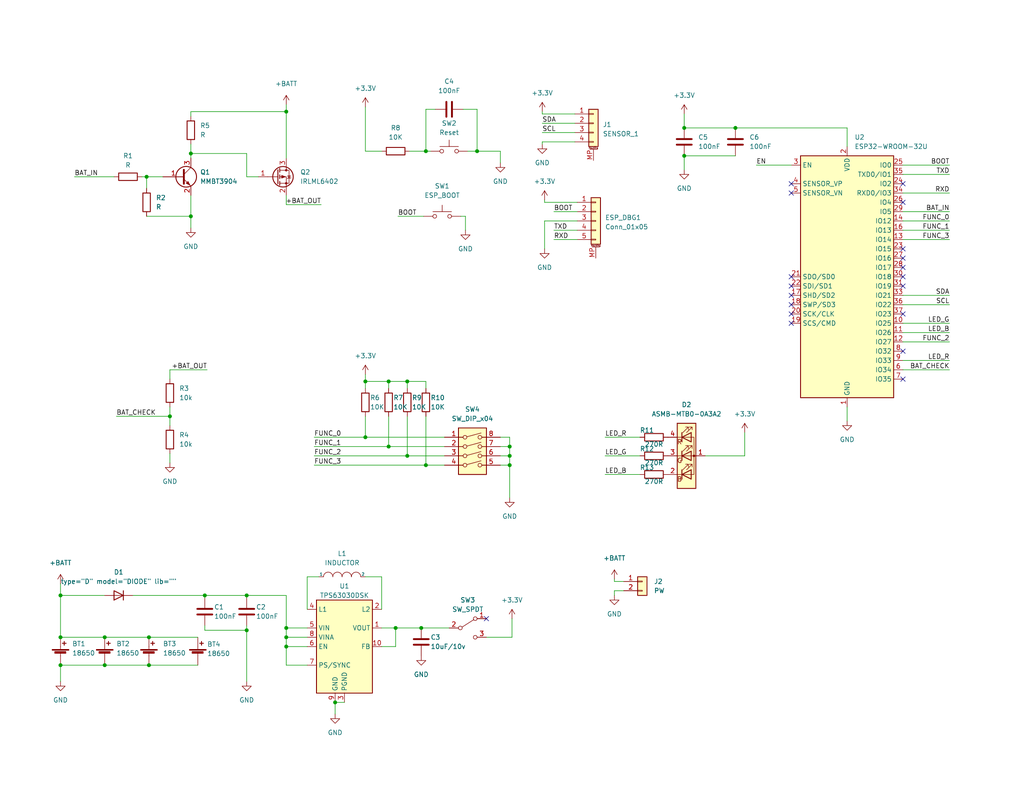
<source format=kicad_sch>
(kicad_sch (version 20211123) (generator eeschema)

  (uuid f8a3d703-b1c1-45cf-ab84-6dc3d69b8662)

  (paper "A")

  (title_block
    (title "TEMP_BAT")
    (date "2022-08-01")
    (company "GREENLABS")
  )

  (lib_symbols
    (symbol "Connector_Generic:Conn_01x02" (pin_names (offset 1.016) hide) (in_bom yes) (on_board yes)
      (property "Reference" "J" (id 0) (at 0 2.54 0)
        (effects (font (size 1.27 1.27)))
      )
      (property "Value" "Conn_01x02" (id 1) (at 0 -5.08 0)
        (effects (font (size 1.27 1.27)))
      )
      (property "Footprint" "" (id 2) (at 0 0 0)
        (effects (font (size 1.27 1.27)) hide)
      )
      (property "Datasheet" "~" (id 3) (at 0 0 0)
        (effects (font (size 1.27 1.27)) hide)
      )
      (property "ki_keywords" "connector" (id 4) (at 0 0 0)
        (effects (font (size 1.27 1.27)) hide)
      )
      (property "ki_description" "Generic connector, single row, 01x02, script generated (kicad-library-utils/schlib/autogen/connector/)" (id 5) (at 0 0 0)
        (effects (font (size 1.27 1.27)) hide)
      )
      (property "ki_fp_filters" "Connector*:*_1x??_*" (id 6) (at 0 0 0)
        (effects (font (size 1.27 1.27)) hide)
      )
      (symbol "Conn_01x02_1_1"
        (rectangle (start -1.27 -2.413) (end 0 -2.667)
          (stroke (width 0.1524) (type default) (color 0 0 0 0))
          (fill (type none))
        )
        (rectangle (start -1.27 0.127) (end 0 -0.127)
          (stroke (width 0.1524) (type default) (color 0 0 0 0))
          (fill (type none))
        )
        (rectangle (start -1.27 1.27) (end 1.27 -3.81)
          (stroke (width 0.254) (type default) (color 0 0 0 0))
          (fill (type background))
        )
        (pin passive line (at -5.08 0 0) (length 3.81)
          (name "Pin_1" (effects (font (size 1.27 1.27))))
          (number "1" (effects (font (size 1.27 1.27))))
        )
        (pin passive line (at -5.08 -2.54 0) (length 3.81)
          (name "Pin_2" (effects (font (size 1.27 1.27))))
          (number "2" (effects (font (size 1.27 1.27))))
        )
      )
    )
    (symbol "Connector_Generic_MountingPin:Conn_01x04_MountingPin" (pin_names (offset 1.016) hide) (in_bom yes) (on_board yes)
      (property "Reference" "J" (id 0) (at 0 5.08 0)
        (effects (font (size 1.27 1.27)))
      )
      (property "Value" "Conn_01x04_MountingPin" (id 1) (at 1.27 -7.62 0)
        (effects (font (size 1.27 1.27)) (justify left))
      )
      (property "Footprint" "" (id 2) (at 0 0 0)
        (effects (font (size 1.27 1.27)) hide)
      )
      (property "Datasheet" "~" (id 3) (at 0 0 0)
        (effects (font (size 1.27 1.27)) hide)
      )
      (property "ki_keywords" "connector" (id 4) (at 0 0 0)
        (effects (font (size 1.27 1.27)) hide)
      )
      (property "ki_description" "Generic connectable mounting pin connector, single row, 01x04, script generated (kicad-library-utils/schlib/autogen/connector/)" (id 5) (at 0 0 0)
        (effects (font (size 1.27 1.27)) hide)
      )
      (property "ki_fp_filters" "Connector*:*_1x??-1MP*" (id 6) (at 0 0 0)
        (effects (font (size 1.27 1.27)) hide)
      )
      (symbol "Conn_01x04_MountingPin_1_1"
        (rectangle (start -1.27 -4.953) (end 0 -5.207)
          (stroke (width 0.1524) (type default) (color 0 0 0 0))
          (fill (type none))
        )
        (rectangle (start -1.27 -2.413) (end 0 -2.667)
          (stroke (width 0.1524) (type default) (color 0 0 0 0))
          (fill (type none))
        )
        (rectangle (start -1.27 0.127) (end 0 -0.127)
          (stroke (width 0.1524) (type default) (color 0 0 0 0))
          (fill (type none))
        )
        (rectangle (start -1.27 2.667) (end 0 2.413)
          (stroke (width 0.1524) (type default) (color 0 0 0 0))
          (fill (type none))
        )
        (rectangle (start -1.27 3.81) (end 1.27 -6.35)
          (stroke (width 0.254) (type default) (color 0 0 0 0))
          (fill (type background))
        )
        (polyline
          (pts
            (xy -1.016 -7.112)
            (xy 1.016 -7.112)
          )
          (stroke (width 0.1524) (type default) (color 0 0 0 0))
          (fill (type none))
        )
        (text "Mounting" (at 0 -6.731 0)
          (effects (font (size 0.381 0.381)))
        )
        (pin passive line (at -5.08 2.54 0) (length 3.81)
          (name "Pin_1" (effects (font (size 1.27 1.27))))
          (number "1" (effects (font (size 1.27 1.27))))
        )
        (pin passive line (at -5.08 0 0) (length 3.81)
          (name "Pin_2" (effects (font (size 1.27 1.27))))
          (number "2" (effects (font (size 1.27 1.27))))
        )
        (pin passive line (at -5.08 -2.54 0) (length 3.81)
          (name "Pin_3" (effects (font (size 1.27 1.27))))
          (number "3" (effects (font (size 1.27 1.27))))
        )
        (pin passive line (at -5.08 -5.08 0) (length 3.81)
          (name "Pin_4" (effects (font (size 1.27 1.27))))
          (number "4" (effects (font (size 1.27 1.27))))
        )
        (pin passive line (at 0 -10.16 90) (length 3.048)
          (name "MountPin" (effects (font (size 1.27 1.27))))
          (number "MP" (effects (font (size 1.27 1.27))))
        )
      )
    )
    (symbol "Connector_Generic_MountingPin:Conn_01x05_MountingPin" (pin_names (offset 1.016) hide) (in_bom yes) (on_board yes)
      (property "Reference" "J" (id 0) (at 0 7.62 0)
        (effects (font (size 1.27 1.27)))
      )
      (property "Value" "Conn_01x05_MountingPin" (id 1) (at 1.27 -7.62 0)
        (effects (font (size 1.27 1.27)) (justify left))
      )
      (property "Footprint" "" (id 2) (at 0 0 0)
        (effects (font (size 1.27 1.27)) hide)
      )
      (property "Datasheet" "~" (id 3) (at 0 0 0)
        (effects (font (size 1.27 1.27)) hide)
      )
      (property "ki_keywords" "connector" (id 4) (at 0 0 0)
        (effects (font (size 1.27 1.27)) hide)
      )
      (property "ki_description" "Generic connectable mounting pin connector, single row, 01x05, script generated (kicad-library-utils/schlib/autogen/connector/)" (id 5) (at 0 0 0)
        (effects (font (size 1.27 1.27)) hide)
      )
      (property "ki_fp_filters" "Connector*:*_1x??-1MP*" (id 6) (at 0 0 0)
        (effects (font (size 1.27 1.27)) hide)
      )
      (symbol "Conn_01x05_MountingPin_1_1"
        (rectangle (start -1.27 -4.953) (end 0 -5.207)
          (stroke (width 0.1524) (type default) (color 0 0 0 0))
          (fill (type none))
        )
        (rectangle (start -1.27 -2.413) (end 0 -2.667)
          (stroke (width 0.1524) (type default) (color 0 0 0 0))
          (fill (type none))
        )
        (rectangle (start -1.27 0.127) (end 0 -0.127)
          (stroke (width 0.1524) (type default) (color 0 0 0 0))
          (fill (type none))
        )
        (rectangle (start -1.27 2.667) (end 0 2.413)
          (stroke (width 0.1524) (type default) (color 0 0 0 0))
          (fill (type none))
        )
        (rectangle (start -1.27 5.207) (end 0 4.953)
          (stroke (width 0.1524) (type default) (color 0 0 0 0))
          (fill (type none))
        )
        (rectangle (start -1.27 6.35) (end 1.27 -6.35)
          (stroke (width 0.254) (type default) (color 0 0 0 0))
          (fill (type background))
        )
        (polyline
          (pts
            (xy -1.016 -7.112)
            (xy 1.016 -7.112)
          )
          (stroke (width 0.1524) (type default) (color 0 0 0 0))
          (fill (type none))
        )
        (text "Mounting" (at 0 -6.731 0)
          (effects (font (size 0.381 0.381)))
        )
        (pin passive line (at -5.08 5.08 0) (length 3.81)
          (name "Pin_1" (effects (font (size 1.27 1.27))))
          (number "1" (effects (font (size 1.27 1.27))))
        )
        (pin passive line (at -5.08 2.54 0) (length 3.81)
          (name "Pin_2" (effects (font (size 1.27 1.27))))
          (number "2" (effects (font (size 1.27 1.27))))
        )
        (pin passive line (at -5.08 0 0) (length 3.81)
          (name "Pin_3" (effects (font (size 1.27 1.27))))
          (number "3" (effects (font (size 1.27 1.27))))
        )
        (pin passive line (at -5.08 -2.54 0) (length 3.81)
          (name "Pin_4" (effects (font (size 1.27 1.27))))
          (number "4" (effects (font (size 1.27 1.27))))
        )
        (pin passive line (at -5.08 -5.08 0) (length 3.81)
          (name "Pin_5" (effects (font (size 1.27 1.27))))
          (number "5" (effects (font (size 1.27 1.27))))
        )
        (pin passive line (at 0 -10.16 90) (length 3.048)
          (name "MountPin" (effects (font (size 1.27 1.27))))
          (number "MP" (effects (font (size 1.27 1.27))))
        )
      )
    )
    (symbol "Device:Battery_Cell" (pin_numbers hide) (pin_names (offset 0) hide) (in_bom yes) (on_board yes)
      (property "Reference" "BT" (id 0) (at 2.54 2.54 0)
        (effects (font (size 1.27 1.27)) (justify left))
      )
      (property "Value" "Battery_Cell" (id 1) (at 2.54 0 0)
        (effects (font (size 1.27 1.27)) (justify left))
      )
      (property "Footprint" "" (id 2) (at 0 1.524 90)
        (effects (font (size 1.27 1.27)) hide)
      )
      (property "Datasheet" "~" (id 3) (at 0 1.524 90)
        (effects (font (size 1.27 1.27)) hide)
      )
      (property "ki_keywords" "battery cell" (id 4) (at 0 0 0)
        (effects (font (size 1.27 1.27)) hide)
      )
      (property "ki_description" "Single-cell battery" (id 5) (at 0 0 0)
        (effects (font (size 1.27 1.27)) hide)
      )
      (symbol "Battery_Cell_0_1"
        (rectangle (start -2.286 1.778) (end 2.286 1.524)
          (stroke (width 0) (type default) (color 0 0 0 0))
          (fill (type outline))
        )
        (rectangle (start -1.5748 1.1938) (end 1.4732 0.6858)
          (stroke (width 0) (type default) (color 0 0 0 0))
          (fill (type outline))
        )
        (polyline
          (pts
            (xy 0 0.762)
            (xy 0 0)
          )
          (stroke (width 0) (type default) (color 0 0 0 0))
          (fill (type none))
        )
        (polyline
          (pts
            (xy 0 1.778)
            (xy 0 2.54)
          )
          (stroke (width 0) (type default) (color 0 0 0 0))
          (fill (type none))
        )
        (polyline
          (pts
            (xy 0.508 3.429)
            (xy 1.524 3.429)
          )
          (stroke (width 0.254) (type default) (color 0 0 0 0))
          (fill (type none))
        )
        (polyline
          (pts
            (xy 1.016 3.937)
            (xy 1.016 2.921)
          )
          (stroke (width 0.254) (type default) (color 0 0 0 0))
          (fill (type none))
        )
      )
      (symbol "Battery_Cell_1_1"
        (pin passive line (at 0 5.08 270) (length 2.54)
          (name "+" (effects (font (size 1.27 1.27))))
          (number "1" (effects (font (size 1.27 1.27))))
        )
        (pin passive line (at 0 -2.54 90) (length 2.54)
          (name "-" (effects (font (size 1.27 1.27))))
          (number "2" (effects (font (size 1.27 1.27))))
        )
      )
    )
    (symbol "Device:C" (pin_numbers hide) (pin_names (offset 0.254)) (in_bom yes) (on_board yes)
      (property "Reference" "C" (id 0) (at 0.635 2.54 0)
        (effects (font (size 1.27 1.27)) (justify left))
      )
      (property "Value" "C" (id 1) (at 0.635 -2.54 0)
        (effects (font (size 1.27 1.27)) (justify left))
      )
      (property "Footprint" "" (id 2) (at 0.9652 -3.81 0)
        (effects (font (size 1.27 1.27)) hide)
      )
      (property "Datasheet" "~" (id 3) (at 0 0 0)
        (effects (font (size 1.27 1.27)) hide)
      )
      (property "ki_keywords" "cap capacitor" (id 4) (at 0 0 0)
        (effects (font (size 1.27 1.27)) hide)
      )
      (property "ki_description" "Unpolarized capacitor" (id 5) (at 0 0 0)
        (effects (font (size 1.27 1.27)) hide)
      )
      (property "ki_fp_filters" "C_*" (id 6) (at 0 0 0)
        (effects (font (size 1.27 1.27)) hide)
      )
      (symbol "C_0_1"
        (polyline
          (pts
            (xy -2.032 -0.762)
            (xy 2.032 -0.762)
          )
          (stroke (width 0.508) (type default) (color 0 0 0 0))
          (fill (type none))
        )
        (polyline
          (pts
            (xy -2.032 0.762)
            (xy 2.032 0.762)
          )
          (stroke (width 0.508) (type default) (color 0 0 0 0))
          (fill (type none))
        )
      )
      (symbol "C_1_1"
        (pin passive line (at 0 3.81 270) (length 2.794)
          (name "~" (effects (font (size 1.27 1.27))))
          (number "1" (effects (font (size 1.27 1.27))))
        )
        (pin passive line (at 0 -3.81 90) (length 2.794)
          (name "~" (effects (font (size 1.27 1.27))))
          (number "2" (effects (font (size 1.27 1.27))))
        )
      )
    )
    (symbol "Device:R" (pin_numbers hide) (pin_names (offset 0)) (in_bom yes) (on_board yes)
      (property "Reference" "R" (id 0) (at 2.032 0 90)
        (effects (font (size 1.27 1.27)))
      )
      (property "Value" "R" (id 1) (at 0 0 90)
        (effects (font (size 1.27 1.27)))
      )
      (property "Footprint" "" (id 2) (at -1.778 0 90)
        (effects (font (size 1.27 1.27)) hide)
      )
      (property "Datasheet" "~" (id 3) (at 0 0 0)
        (effects (font (size 1.27 1.27)) hide)
      )
      (property "ki_keywords" "R res resistor" (id 4) (at 0 0 0)
        (effects (font (size 1.27 1.27)) hide)
      )
      (property "ki_description" "Resistor" (id 5) (at 0 0 0)
        (effects (font (size 1.27 1.27)) hide)
      )
      (property "ki_fp_filters" "R_*" (id 6) (at 0 0 0)
        (effects (font (size 1.27 1.27)) hide)
      )
      (symbol "R_0_1"
        (rectangle (start -1.016 -2.54) (end 1.016 2.54)
          (stroke (width 0.254) (type default) (color 0 0 0 0))
          (fill (type none))
        )
      )
      (symbol "R_1_1"
        (pin passive line (at 0 3.81 270) (length 1.27)
          (name "~" (effects (font (size 1.27 1.27))))
          (number "1" (effects (font (size 1.27 1.27))))
        )
        (pin passive line (at 0 -3.81 90) (length 1.27)
          (name "~" (effects (font (size 1.27 1.27))))
          (number "2" (effects (font (size 1.27 1.27))))
        )
      )
    )
    (symbol "LED:ASMB-MTB0-0A3A2" (pin_names (offset 0) hide) (in_bom yes) (on_board yes)
      (property "Reference" "D" (id 0) (at 0 10.16 0)
        (effects (font (size 1.27 1.27)))
      )
      (property "Value" "ASMB-MTB0-0A3A2" (id 1) (at 0 -10.16 0)
        (effects (font (size 1.27 1.27)))
      )
      (property "Footprint" "LED_SMD:LED_Avago_PLCC4_3.2x2.8mm_CW" (id 2) (at 0 12.7 0)
        (effects (font (size 1.27 1.27)) hide)
      )
      (property "Datasheet" "https://docs.broadcom.com/docs/AV02-4186EN" (id 3) (at 0 -11.43 0)
        (effects (font (size 1.27 1.27)) hide)
      )
      (property "ki_keywords" "led rgb diode" (id 4) (at 0 0 0)
        (effects (font (size 1.27 1.27)) hide)
      )
      (property "ki_description" "Tricolor Black Surface LED, Common Anode Pin 1, PLCC-4" (id 5) (at 0 0 0)
        (effects (font (size 1.27 1.27)) hide)
      )
      (property "ki_fp_filters" "*Avago*PLCC4*3.2x2.8mm*" (id 6) (at 0 0 0)
        (effects (font (size 1.27 1.27)) hide)
      )
      (symbol "ASMB-MTB0-0A3A2_0_0"
        (text "B" (at -1.905 -6.35 0)
          (effects (font (size 1.27 1.27)))
        )
        (text "G" (at -1.905 -1.27 0)
          (effects (font (size 1.27 1.27)))
        )
        (text "R" (at -1.905 3.81 0)
          (effects (font (size 1.27 1.27)))
        )
      )
      (symbol "ASMB-MTB0-0A3A2_0_1"
        (rectangle (start -2.54 -8.89) (end 2.54 8.89)
          (stroke (width 0.254) (type default) (color 0 0 0 0))
          (fill (type background))
        )
        (polyline
          (pts
            (xy -2.54 -5.08)
            (xy 1.27 -5.08)
          )
          (stroke (width 0) (type default) (color 0 0 0 0))
          (fill (type none))
        )
        (polyline
          (pts
            (xy -1.27 -3.81)
            (xy -1.27 -6.35)
          )
          (stroke (width 0.254) (type default) (color 0 0 0 0))
          (fill (type none))
        )
        (polyline
          (pts
            (xy -1.27 1.27)
            (xy -1.27 -1.27)
          )
          (stroke (width 0.254) (type default) (color 0 0 0 0))
          (fill (type none))
        )
        (polyline
          (pts
            (xy -1.27 6.35)
            (xy -1.27 3.81)
          )
          (stroke (width 0.254) (type default) (color 0 0 0 0))
          (fill (type none))
        )
        (polyline
          (pts
            (xy 1.27 5.08)
            (xy -2.54 5.08)
          )
          (stroke (width 0) (type default) (color 0 0 0 0))
          (fill (type none))
        )
        (polyline
          (pts
            (xy 2.54 0)
            (xy -2.54 0)
          )
          (stroke (width 0) (type default) (color 0 0 0 0))
          (fill (type none))
        )
        (polyline
          (pts
            (xy 1.27 -5.08)
            (xy 2.032 -5.08)
            (xy 2.032 5.08)
            (xy 1.27 5.08)
          )
          (stroke (width 0) (type default) (color 0 0 0 0))
          (fill (type none))
        )
        (polyline
          (pts
            (xy 1.27 -3.81)
            (xy 1.27 -6.35)
            (xy -1.27 -5.08)
            (xy 1.27 -3.81)
          )
          (stroke (width 0.254) (type default) (color 0 0 0 0))
          (fill (type none))
        )
        (polyline
          (pts
            (xy 1.27 1.27)
            (xy 1.27 -1.27)
            (xy -1.27 0)
            (xy 1.27 1.27)
          )
          (stroke (width 0.254) (type default) (color 0 0 0 0))
          (fill (type none))
        )
        (polyline
          (pts
            (xy 1.27 6.35)
            (xy 1.27 3.81)
            (xy -1.27 5.08)
            (xy 1.27 6.35)
          )
          (stroke (width 0.254) (type default) (color 0 0 0 0))
          (fill (type none))
        )
        (polyline
          (pts
            (xy -1.016 -3.81)
            (xy 0.508 -2.286)
            (xy -0.254 -2.286)
            (xy 0.508 -2.286)
            (xy 0.508 -3.048)
          )
          (stroke (width 0) (type default) (color 0 0 0 0))
          (fill (type none))
        )
        (polyline
          (pts
            (xy -1.016 1.27)
            (xy 0.508 2.794)
            (xy -0.254 2.794)
            (xy 0.508 2.794)
            (xy 0.508 2.032)
          )
          (stroke (width 0) (type default) (color 0 0 0 0))
          (fill (type none))
        )
        (polyline
          (pts
            (xy -1.016 6.35)
            (xy 0.508 7.874)
            (xy -0.254 7.874)
            (xy 0.508 7.874)
            (xy 0.508 7.112)
          )
          (stroke (width 0) (type default) (color 0 0 0 0))
          (fill (type none))
        )
        (polyline
          (pts
            (xy 0 -3.81)
            (xy 1.524 -2.286)
            (xy 0.762 -2.286)
            (xy 1.524 -2.286)
            (xy 1.524 -3.048)
          )
          (stroke (width 0) (type default) (color 0 0 0 0))
          (fill (type none))
        )
        (polyline
          (pts
            (xy 0 1.27)
            (xy 1.524 2.794)
            (xy 0.762 2.794)
            (xy 1.524 2.794)
            (xy 1.524 2.032)
          )
          (stroke (width 0) (type default) (color 0 0 0 0))
          (fill (type none))
        )
        (polyline
          (pts
            (xy 0 6.35)
            (xy 1.524 7.874)
            (xy 0.762 7.874)
            (xy 1.524 7.874)
            (xy 1.524 7.112)
          )
          (stroke (width 0) (type default) (color 0 0 0 0))
          (fill (type none))
        )
        (rectangle (start 1.27 6.35) (end 1.27 6.35)
          (stroke (width 0) (type default) (color 0 0 0 0))
          (fill (type none))
        )
        (circle (center 2.032 0) (radius 0.254)
          (stroke (width 0) (type default) (color 0 0 0 0))
          (fill (type outline))
        )
      )
      (symbol "ASMB-MTB0-0A3A2_1_1"
        (pin passive line (at 5.08 0 180) (length 2.54)
          (name "A" (effects (font (size 1.27 1.27))))
          (number "1" (effects (font (size 1.27 1.27))))
        )
        (pin passive line (at -5.08 -5.08 0) (length 2.54)
          (name "BK" (effects (font (size 1.27 1.27))))
          (number "2" (effects (font (size 1.27 1.27))))
        )
        (pin passive line (at -5.08 0 0) (length 2.54)
          (name "GK" (effects (font (size 1.27 1.27))))
          (number "3" (effects (font (size 1.27 1.27))))
        )
        (pin passive line (at -5.08 5.08 0) (length 2.54)
          (name "RK" (effects (font (size 1.27 1.27))))
          (number "4" (effects (font (size 1.27 1.27))))
        )
      )
    )
    (symbol "RF_Module:ESP32-WROOM-32U" (in_bom yes) (on_board yes)
      (property "Reference" "U" (id 0) (at -12.7 34.29 0)
        (effects (font (size 1.27 1.27)) (justify left))
      )
      (property "Value" "ESP32-WROOM-32U" (id 1) (at 1.27 34.29 0)
        (effects (font (size 1.27 1.27)) (justify left))
      )
      (property "Footprint" "RF_Module:ESP32-WROOM-32U" (id 2) (at 0 -38.1 0)
        (effects (font (size 1.27 1.27)) hide)
      )
      (property "Datasheet" "https://www.espressif.com/sites/default/files/documentation/esp32-wroom-32d_esp32-wroom-32u_datasheet_en.pdf" (id 3) (at -7.62 1.27 0)
        (effects (font (size 1.27 1.27)) hide)
      )
      (property "ki_keywords" "RF Radio BT ESP ESP32 Espressif external U.FL antenna" (id 4) (at 0 0 0)
        (effects (font (size 1.27 1.27)) hide)
      )
      (property "ki_description" "RF Module, ESP32-D0WD SoC, Wi-Fi 802.11b/g/n, Bluetooth, BLE, 32-bit, 2.7-3.6V, external antenna, SMD" (id 5) (at 0 0 0)
        (effects (font (size 1.27 1.27)) hide)
      )
      (property "ki_fp_filters" "ESP32?WROOM?32U*" (id 6) (at 0 0 0)
        (effects (font (size 1.27 1.27)) hide)
      )
      (symbol "ESP32-WROOM-32U_0_1"
        (rectangle (start -12.7 33.02) (end 12.7 -33.02)
          (stroke (width 0.254) (type default) (color 0 0 0 0))
          (fill (type background))
        )
      )
      (symbol "ESP32-WROOM-32U_1_1"
        (pin power_in line (at 0 -35.56 90) (length 2.54)
          (name "GND" (effects (font (size 1.27 1.27))))
          (number "1" (effects (font (size 1.27 1.27))))
        )
        (pin bidirectional line (at 15.24 -12.7 180) (length 2.54)
          (name "IO25" (effects (font (size 1.27 1.27))))
          (number "10" (effects (font (size 1.27 1.27))))
        )
        (pin bidirectional line (at 15.24 -15.24 180) (length 2.54)
          (name "IO26" (effects (font (size 1.27 1.27))))
          (number "11" (effects (font (size 1.27 1.27))))
        )
        (pin bidirectional line (at 15.24 -17.78 180) (length 2.54)
          (name "IO27" (effects (font (size 1.27 1.27))))
          (number "12" (effects (font (size 1.27 1.27))))
        )
        (pin bidirectional line (at 15.24 10.16 180) (length 2.54)
          (name "IO14" (effects (font (size 1.27 1.27))))
          (number "13" (effects (font (size 1.27 1.27))))
        )
        (pin bidirectional line (at 15.24 15.24 180) (length 2.54)
          (name "IO12" (effects (font (size 1.27 1.27))))
          (number "14" (effects (font (size 1.27 1.27))))
        )
        (pin passive line (at 0 -35.56 90) (length 2.54) hide
          (name "GND" (effects (font (size 1.27 1.27))))
          (number "15" (effects (font (size 1.27 1.27))))
        )
        (pin bidirectional line (at 15.24 12.7 180) (length 2.54)
          (name "IO13" (effects (font (size 1.27 1.27))))
          (number "16" (effects (font (size 1.27 1.27))))
        )
        (pin bidirectional line (at -15.24 -5.08 0) (length 2.54)
          (name "SHD/SD2" (effects (font (size 1.27 1.27))))
          (number "17" (effects (font (size 1.27 1.27))))
        )
        (pin bidirectional line (at -15.24 -7.62 0) (length 2.54)
          (name "SWP/SD3" (effects (font (size 1.27 1.27))))
          (number "18" (effects (font (size 1.27 1.27))))
        )
        (pin bidirectional line (at -15.24 -12.7 0) (length 2.54)
          (name "SCS/CMD" (effects (font (size 1.27 1.27))))
          (number "19" (effects (font (size 1.27 1.27))))
        )
        (pin power_in line (at 0 35.56 270) (length 2.54)
          (name "VDD" (effects (font (size 1.27 1.27))))
          (number "2" (effects (font (size 1.27 1.27))))
        )
        (pin bidirectional line (at -15.24 -10.16 0) (length 2.54)
          (name "SCK/CLK" (effects (font (size 1.27 1.27))))
          (number "20" (effects (font (size 1.27 1.27))))
        )
        (pin bidirectional line (at -15.24 0 0) (length 2.54)
          (name "SDO/SD0" (effects (font (size 1.27 1.27))))
          (number "21" (effects (font (size 1.27 1.27))))
        )
        (pin bidirectional line (at -15.24 -2.54 0) (length 2.54)
          (name "SDI/SD1" (effects (font (size 1.27 1.27))))
          (number "22" (effects (font (size 1.27 1.27))))
        )
        (pin bidirectional line (at 15.24 7.62 180) (length 2.54)
          (name "IO15" (effects (font (size 1.27 1.27))))
          (number "23" (effects (font (size 1.27 1.27))))
        )
        (pin bidirectional line (at 15.24 25.4 180) (length 2.54)
          (name "IO2" (effects (font (size 1.27 1.27))))
          (number "24" (effects (font (size 1.27 1.27))))
        )
        (pin bidirectional line (at 15.24 30.48 180) (length 2.54)
          (name "IO0" (effects (font (size 1.27 1.27))))
          (number "25" (effects (font (size 1.27 1.27))))
        )
        (pin bidirectional line (at 15.24 20.32 180) (length 2.54)
          (name "IO4" (effects (font (size 1.27 1.27))))
          (number "26" (effects (font (size 1.27 1.27))))
        )
        (pin bidirectional line (at 15.24 5.08 180) (length 2.54)
          (name "IO16" (effects (font (size 1.27 1.27))))
          (number "27" (effects (font (size 1.27 1.27))))
        )
        (pin bidirectional line (at 15.24 2.54 180) (length 2.54)
          (name "IO17" (effects (font (size 1.27 1.27))))
          (number "28" (effects (font (size 1.27 1.27))))
        )
        (pin bidirectional line (at 15.24 17.78 180) (length 2.54)
          (name "IO5" (effects (font (size 1.27 1.27))))
          (number "29" (effects (font (size 1.27 1.27))))
        )
        (pin input line (at -15.24 30.48 0) (length 2.54)
          (name "EN" (effects (font (size 1.27 1.27))))
          (number "3" (effects (font (size 1.27 1.27))))
        )
        (pin bidirectional line (at 15.24 0 180) (length 2.54)
          (name "IO18" (effects (font (size 1.27 1.27))))
          (number "30" (effects (font (size 1.27 1.27))))
        )
        (pin bidirectional line (at 15.24 -2.54 180) (length 2.54)
          (name "IO19" (effects (font (size 1.27 1.27))))
          (number "31" (effects (font (size 1.27 1.27))))
        )
        (pin no_connect line (at -12.7 -27.94 0) (length 2.54) hide
          (name "NC" (effects (font (size 1.27 1.27))))
          (number "32" (effects (font (size 1.27 1.27))))
        )
        (pin bidirectional line (at 15.24 -5.08 180) (length 2.54)
          (name "IO21" (effects (font (size 1.27 1.27))))
          (number "33" (effects (font (size 1.27 1.27))))
        )
        (pin bidirectional line (at 15.24 22.86 180) (length 2.54)
          (name "RXD0/IO3" (effects (font (size 1.27 1.27))))
          (number "34" (effects (font (size 1.27 1.27))))
        )
        (pin bidirectional line (at 15.24 27.94 180) (length 2.54)
          (name "TXD0/IO1" (effects (font (size 1.27 1.27))))
          (number "35" (effects (font (size 1.27 1.27))))
        )
        (pin bidirectional line (at 15.24 -7.62 180) (length 2.54)
          (name "IO22" (effects (font (size 1.27 1.27))))
          (number "36" (effects (font (size 1.27 1.27))))
        )
        (pin bidirectional line (at 15.24 -10.16 180) (length 2.54)
          (name "IO23" (effects (font (size 1.27 1.27))))
          (number "37" (effects (font (size 1.27 1.27))))
        )
        (pin passive line (at 0 -35.56 90) (length 2.54) hide
          (name "GND" (effects (font (size 1.27 1.27))))
          (number "38" (effects (font (size 1.27 1.27))))
        )
        (pin passive line (at 0 -35.56 90) (length 2.54) hide
          (name "GND" (effects (font (size 1.27 1.27))))
          (number "39" (effects (font (size 1.27 1.27))))
        )
        (pin input line (at -15.24 25.4 0) (length 2.54)
          (name "SENSOR_VP" (effects (font (size 1.27 1.27))))
          (number "4" (effects (font (size 1.27 1.27))))
        )
        (pin input line (at -15.24 22.86 0) (length 2.54)
          (name "SENSOR_VN" (effects (font (size 1.27 1.27))))
          (number "5" (effects (font (size 1.27 1.27))))
        )
        (pin input line (at 15.24 -25.4 180) (length 2.54)
          (name "IO34" (effects (font (size 1.27 1.27))))
          (number "6" (effects (font (size 1.27 1.27))))
        )
        (pin input line (at 15.24 -27.94 180) (length 2.54)
          (name "IO35" (effects (font (size 1.27 1.27))))
          (number "7" (effects (font (size 1.27 1.27))))
        )
        (pin bidirectional line (at 15.24 -20.32 180) (length 2.54)
          (name "IO32" (effects (font (size 1.27 1.27))))
          (number "8" (effects (font (size 1.27 1.27))))
        )
        (pin bidirectional line (at 15.24 -22.86 180) (length 2.54)
          (name "IO33" (effects (font (size 1.27 1.27))))
          (number "9" (effects (font (size 1.27 1.27))))
        )
      )
    )
    (symbol "Regulator_Switching:TPS63030DSK" (in_bom yes) (on_board yes)
      (property "Reference" "U" (id 0) (at -7.62 13.97 0)
        (effects (font (size 1.27 1.27)) (justify left))
      )
      (property "Value" "TPS63030DSK" (id 1) (at 5.08 13.97 0)
        (effects (font (size 1.27 1.27)))
      )
      (property "Footprint" "Package_SON:WSON-10-1EP_2.5x2.5mm_P0.5mm_EP1.2x2mm" (id 2) (at 21.59 -13.97 0)
        (effects (font (size 1.27 1.27)) hide)
      )
      (property "Datasheet" "http://www.ti.com/lit/ds/symlink/tps63030.pdf" (id 3) (at -7.62 13.97 0)
        (effects (font (size 1.27 1.27)) hide)
      )
      (property "ki_keywords" "Buck-Boost adjustable converter" (id 4) (at 0 0 0)
        (effects (font (size 1.27 1.27)) hide)
      )
      (property "ki_description" "Buck-Boost Converter, 1.8-5.5V Input Voltage, 1A Switch Current, Adjustable Output Voltage, VSON-10 (DSK0010A)" (id 5) (at 0 0 0)
        (effects (font (size 1.27 1.27)) hide)
      )
      (property "ki_fp_filters" "WSON*1EP*2.5x2.5mm*P0.5mm*EP1.2x2mm*" (id 6) (at 0 0 0)
        (effects (font (size 1.27 1.27)) hide)
      )
      (symbol "TPS63030DSK_0_1"
        (rectangle (start -7.62 12.7) (end 7.62 -12.7)
          (stroke (width 0.254) (type default) (color 0 0 0 0))
          (fill (type background))
        )
      )
      (symbol "TPS63030DSK_1_1"
        (pin power_out line (at 10.16 5.08 180) (length 2.54)
          (name "VOUT" (effects (font (size 1.27 1.27))))
          (number "1" (effects (font (size 1.27 1.27))))
        )
        (pin input line (at 10.16 0 180) (length 2.54)
          (name "FB" (effects (font (size 1.27 1.27))))
          (number "10" (effects (font (size 1.27 1.27))))
        )
        (pin passive line (at 0 -15.24 90) (length 2.54) hide
          (name "PGND" (effects (font (size 1.27 1.27))))
          (number "11" (effects (font (size 1.27 1.27))))
        )
        (pin input line (at 10.16 10.16 180) (length 2.54)
          (name "L2" (effects (font (size 1.27 1.27))))
          (number "2" (effects (font (size 1.27 1.27))))
        )
        (pin power_in line (at 0 -15.24 90) (length 2.54)
          (name "PGND" (effects (font (size 1.27 1.27))))
          (number "3" (effects (font (size 1.27 1.27))))
        )
        (pin input line (at -10.16 10.16 0) (length 2.54)
          (name "L1" (effects (font (size 1.27 1.27))))
          (number "4" (effects (font (size 1.27 1.27))))
        )
        (pin power_in line (at -10.16 5.08 0) (length 2.54)
          (name "VIN" (effects (font (size 1.27 1.27))))
          (number "5" (effects (font (size 1.27 1.27))))
        )
        (pin input line (at -10.16 0 0) (length 2.54)
          (name "EN" (effects (font (size 1.27 1.27))))
          (number "6" (effects (font (size 1.27 1.27))))
        )
        (pin input line (at -10.16 -5.08 0) (length 2.54)
          (name "PS/SYNC" (effects (font (size 1.27 1.27))))
          (number "7" (effects (font (size 1.27 1.27))))
        )
        (pin passive line (at -10.16 2.54 0) (length 2.54)
          (name "VINA" (effects (font (size 1.27 1.27))))
          (number "8" (effects (font (size 1.27 1.27))))
        )
        (pin power_in line (at -2.54 -15.24 90) (length 2.54)
          (name "GND" (effects (font (size 1.27 1.27))))
          (number "9" (effects (font (size 1.27 1.27))))
        )
      )
    )
    (symbol "Simulation_SPICE:DIODE" (pin_numbers hide) (pin_names (offset 1.016) hide) (in_bom yes) (on_board yes)
      (property "Reference" "D" (id 0) (at 0 2.54 0)
        (effects (font (size 1.27 1.27)))
      )
      (property "Value" "DIODE" (id 1) (at 0 -2.54 0)
        (effects (font (size 1.27 1.27)))
      )
      (property "Footprint" "" (id 2) (at 0 0 0)
        (effects (font (size 1.27 1.27)) hide)
      )
      (property "Datasheet" "~" (id 3) (at 0 0 0)
        (effects (font (size 1.27 1.27)) hide)
      )
      (property "Spice_Netlist_Enabled" "Y" (id 4) (at 0 0 0)
        (effects (font (size 1.27 1.27)) (justify left) hide)
      )
      (property "Spice_Primitive" "D" (id 5) (at 0 0 0)
        (effects (font (size 1.27 1.27)) (justify left) hide)
      )
      (property "ki_keywords" "simulation" (id 6) (at 0 0 0)
        (effects (font (size 1.27 1.27)) hide)
      )
      (property "ki_description" "Diode, anode on pin 1, for simulation only!" (id 7) (at 0 0 0)
        (effects (font (size 1.27 1.27)) hide)
      )
      (symbol "DIODE_0_1"
        (polyline
          (pts
            (xy 1.27 0)
            (xy -1.27 0)
          )
          (stroke (width 0) (type default) (color 0 0 0 0))
          (fill (type none))
        )
        (polyline
          (pts
            (xy 1.27 1.27)
            (xy 1.27 -1.27)
          )
          (stroke (width 0.254) (type default) (color 0 0 0 0))
          (fill (type none))
        )
        (polyline
          (pts
            (xy -1.27 -1.27)
            (xy -1.27 1.27)
            (xy 1.27 0)
            (xy -1.27 -1.27)
          )
          (stroke (width 0.254) (type default) (color 0 0 0 0))
          (fill (type none))
        )
      )
      (symbol "DIODE_1_1"
        (pin passive line (at -3.81 0 0) (length 2.54)
          (name "A" (effects (font (size 1.27 1.27))))
          (number "1" (effects (font (size 1.27 1.27))))
        )
        (pin passive line (at 3.81 0 180) (length 2.54)
          (name "K" (effects (font (size 1.27 1.27))))
          (number "2" (effects (font (size 1.27 1.27))))
        )
      )
    )
    (symbol "Switch:SW_DIP_x04" (pin_names (offset 0) hide) (in_bom yes) (on_board yes)
      (property "Reference" "SW" (id 0) (at 0 8.89 0)
        (effects (font (size 1.27 1.27)))
      )
      (property "Value" "SW_DIP_x04" (id 1) (at 0 -6.35 0)
        (effects (font (size 1.27 1.27)))
      )
      (property "Footprint" "" (id 2) (at 0 0 0)
        (effects (font (size 1.27 1.27)) hide)
      )
      (property "Datasheet" "~" (id 3) (at 0 0 0)
        (effects (font (size 1.27 1.27)) hide)
      )
      (property "ki_keywords" "dip switch" (id 4) (at 0 0 0)
        (effects (font (size 1.27 1.27)) hide)
      )
      (property "ki_description" "4x DIP Switch, Single Pole Single Throw (SPST) switch, small symbol" (id 5) (at 0 0 0)
        (effects (font (size 1.27 1.27)) hide)
      )
      (property "ki_fp_filters" "SW?DIP?x4*" (id 6) (at 0 0 0)
        (effects (font (size 1.27 1.27)) hide)
      )
      (symbol "SW_DIP_x04_0_0"
        (circle (center -2.032 -2.54) (radius 0.508)
          (stroke (width 0) (type default) (color 0 0 0 0))
          (fill (type none))
        )
        (circle (center -2.032 0) (radius 0.508)
          (stroke (width 0) (type default) (color 0 0 0 0))
          (fill (type none))
        )
        (circle (center -2.032 2.54) (radius 0.508)
          (stroke (width 0) (type default) (color 0 0 0 0))
          (fill (type none))
        )
        (circle (center -2.032 5.08) (radius 0.508)
          (stroke (width 0) (type default) (color 0 0 0 0))
          (fill (type none))
        )
        (polyline
          (pts
            (xy -1.524 -2.3876)
            (xy 2.3622 -1.3462)
          )
          (stroke (width 0) (type default) (color 0 0 0 0))
          (fill (type none))
        )
        (polyline
          (pts
            (xy -1.524 0.127)
            (xy 2.3622 1.1684)
          )
          (stroke (width 0) (type default) (color 0 0 0 0))
          (fill (type none))
        )
        (polyline
          (pts
            (xy -1.524 2.667)
            (xy 2.3622 3.7084)
          )
          (stroke (width 0) (type default) (color 0 0 0 0))
          (fill (type none))
        )
        (polyline
          (pts
            (xy -1.524 5.207)
            (xy 2.3622 6.2484)
          )
          (stroke (width 0) (type default) (color 0 0 0 0))
          (fill (type none))
        )
        (circle (center 2.032 -2.54) (radius 0.508)
          (stroke (width 0) (type default) (color 0 0 0 0))
          (fill (type none))
        )
        (circle (center 2.032 0) (radius 0.508)
          (stroke (width 0) (type default) (color 0 0 0 0))
          (fill (type none))
        )
        (circle (center 2.032 2.54) (radius 0.508)
          (stroke (width 0) (type default) (color 0 0 0 0))
          (fill (type none))
        )
        (circle (center 2.032 5.08) (radius 0.508)
          (stroke (width 0) (type default) (color 0 0 0 0))
          (fill (type none))
        )
      )
      (symbol "SW_DIP_x04_0_1"
        (rectangle (start -3.81 7.62) (end 3.81 -5.08)
          (stroke (width 0.254) (type default) (color 0 0 0 0))
          (fill (type background))
        )
      )
      (symbol "SW_DIP_x04_1_1"
        (pin passive line (at -7.62 5.08 0) (length 5.08)
          (name "~" (effects (font (size 1.27 1.27))))
          (number "1" (effects (font (size 1.27 1.27))))
        )
        (pin passive line (at -7.62 2.54 0) (length 5.08)
          (name "~" (effects (font (size 1.27 1.27))))
          (number "2" (effects (font (size 1.27 1.27))))
        )
        (pin passive line (at -7.62 0 0) (length 5.08)
          (name "~" (effects (font (size 1.27 1.27))))
          (number "3" (effects (font (size 1.27 1.27))))
        )
        (pin passive line (at -7.62 -2.54 0) (length 5.08)
          (name "~" (effects (font (size 1.27 1.27))))
          (number "4" (effects (font (size 1.27 1.27))))
        )
        (pin passive line (at 7.62 -2.54 180) (length 5.08)
          (name "~" (effects (font (size 1.27 1.27))))
          (number "5" (effects (font (size 1.27 1.27))))
        )
        (pin passive line (at 7.62 0 180) (length 5.08)
          (name "~" (effects (font (size 1.27 1.27))))
          (number "6" (effects (font (size 1.27 1.27))))
        )
        (pin passive line (at 7.62 2.54 180) (length 5.08)
          (name "~" (effects (font (size 1.27 1.27))))
          (number "7" (effects (font (size 1.27 1.27))))
        )
        (pin passive line (at 7.62 5.08 180) (length 5.08)
          (name "~" (effects (font (size 1.27 1.27))))
          (number "8" (effects (font (size 1.27 1.27))))
        )
      )
    )
    (symbol "Switch:SW_Push" (pin_numbers hide) (pin_names (offset 1.016) hide) (in_bom yes) (on_board yes)
      (property "Reference" "SW" (id 0) (at 1.27 2.54 0)
        (effects (font (size 1.27 1.27)) (justify left))
      )
      (property "Value" "SW_Push" (id 1) (at 0 -1.524 0)
        (effects (font (size 1.27 1.27)))
      )
      (property "Footprint" "" (id 2) (at 0 5.08 0)
        (effects (font (size 1.27 1.27)) hide)
      )
      (property "Datasheet" "~" (id 3) (at 0 5.08 0)
        (effects (font (size 1.27 1.27)) hide)
      )
      (property "ki_keywords" "switch normally-open pushbutton push-button" (id 4) (at 0 0 0)
        (effects (font (size 1.27 1.27)) hide)
      )
      (property "ki_description" "Push button switch, generic, two pins" (id 5) (at 0 0 0)
        (effects (font (size 1.27 1.27)) hide)
      )
      (symbol "SW_Push_0_1"
        (circle (center -2.032 0) (radius 0.508)
          (stroke (width 0) (type default) (color 0 0 0 0))
          (fill (type none))
        )
        (polyline
          (pts
            (xy 0 1.27)
            (xy 0 3.048)
          )
          (stroke (width 0) (type default) (color 0 0 0 0))
          (fill (type none))
        )
        (polyline
          (pts
            (xy 2.54 1.27)
            (xy -2.54 1.27)
          )
          (stroke (width 0) (type default) (color 0 0 0 0))
          (fill (type none))
        )
        (circle (center 2.032 0) (radius 0.508)
          (stroke (width 0) (type default) (color 0 0 0 0))
          (fill (type none))
        )
        (pin passive line (at -5.08 0 0) (length 2.54)
          (name "1" (effects (font (size 1.27 1.27))))
          (number "1" (effects (font (size 1.27 1.27))))
        )
        (pin passive line (at 5.08 0 180) (length 2.54)
          (name "2" (effects (font (size 1.27 1.27))))
          (number "2" (effects (font (size 1.27 1.27))))
        )
      )
    )
    (symbol "Switch:SW_SPDT" (pin_names (offset 0) hide) (in_bom yes) (on_board yes)
      (property "Reference" "SW" (id 0) (at 0 4.318 0)
        (effects (font (size 1.27 1.27)))
      )
      (property "Value" "SW_SPDT" (id 1) (at 0 -5.08 0)
        (effects (font (size 1.27 1.27)))
      )
      (property "Footprint" "" (id 2) (at 0 0 0)
        (effects (font (size 1.27 1.27)) hide)
      )
      (property "Datasheet" "~" (id 3) (at 0 0 0)
        (effects (font (size 1.27 1.27)) hide)
      )
      (property "ki_keywords" "switch single-pole double-throw spdt ON-ON" (id 4) (at 0 0 0)
        (effects (font (size 1.27 1.27)) hide)
      )
      (property "ki_description" "Switch, single pole double throw" (id 5) (at 0 0 0)
        (effects (font (size 1.27 1.27)) hide)
      )
      (symbol "SW_SPDT_0_0"
        (circle (center -2.032 0) (radius 0.508)
          (stroke (width 0) (type default) (color 0 0 0 0))
          (fill (type none))
        )
        (circle (center 2.032 -2.54) (radius 0.508)
          (stroke (width 0) (type default) (color 0 0 0 0))
          (fill (type none))
        )
      )
      (symbol "SW_SPDT_0_1"
        (polyline
          (pts
            (xy -1.524 0.254)
            (xy 1.651 2.286)
          )
          (stroke (width 0) (type default) (color 0 0 0 0))
          (fill (type none))
        )
        (circle (center 2.032 2.54) (radius 0.508)
          (stroke (width 0) (type default) (color 0 0 0 0))
          (fill (type none))
        )
      )
      (symbol "SW_SPDT_1_1"
        (pin passive line (at 5.08 2.54 180) (length 2.54)
          (name "A" (effects (font (size 1.27 1.27))))
          (number "1" (effects (font (size 1.27 1.27))))
        )
        (pin passive line (at -5.08 0 0) (length 2.54)
          (name "B" (effects (font (size 1.27 1.27))))
          (number "2" (effects (font (size 1.27 1.27))))
        )
        (pin passive line (at 5.08 -2.54 180) (length 2.54)
          (name "C" (effects (font (size 1.27 1.27))))
          (number "3" (effects (font (size 1.27 1.27))))
        )
      )
    )
    (symbol "Transistor_BJT:MMBT3904" (pin_names (offset 0) hide) (in_bom yes) (on_board yes)
      (property "Reference" "Q" (id 0) (at 5.08 1.905 0)
        (effects (font (size 1.27 1.27)) (justify left))
      )
      (property "Value" "MMBT3904" (id 1) (at 5.08 0 0)
        (effects (font (size 1.27 1.27)) (justify left))
      )
      (property "Footprint" "Package_TO_SOT_SMD:SOT-23" (id 2) (at 5.08 -1.905 0)
        (effects (font (size 1.27 1.27) italic) (justify left) hide)
      )
      (property "Datasheet" "https://www.onsemi.com/pub/Collateral/2N3903-D.PDF" (id 3) (at 0 0 0)
        (effects (font (size 1.27 1.27)) (justify left) hide)
      )
      (property "ki_keywords" "NPN Transistor" (id 4) (at 0 0 0)
        (effects (font (size 1.27 1.27)) hide)
      )
      (property "ki_description" "0.2A Ic, 40V Vce, Small Signal NPN Transistor, SOT-23" (id 5) (at 0 0 0)
        (effects (font (size 1.27 1.27)) hide)
      )
      (property "ki_fp_filters" "SOT?23*" (id 6) (at 0 0 0)
        (effects (font (size 1.27 1.27)) hide)
      )
      (symbol "MMBT3904_0_1"
        (polyline
          (pts
            (xy 0.635 0.635)
            (xy 2.54 2.54)
          )
          (stroke (width 0) (type default) (color 0 0 0 0))
          (fill (type none))
        )
        (polyline
          (pts
            (xy 0.635 -0.635)
            (xy 2.54 -2.54)
            (xy 2.54 -2.54)
          )
          (stroke (width 0) (type default) (color 0 0 0 0))
          (fill (type none))
        )
        (polyline
          (pts
            (xy 0.635 1.905)
            (xy 0.635 -1.905)
            (xy 0.635 -1.905)
          )
          (stroke (width 0.508) (type default) (color 0 0 0 0))
          (fill (type none))
        )
        (polyline
          (pts
            (xy 1.27 -1.778)
            (xy 1.778 -1.27)
            (xy 2.286 -2.286)
            (xy 1.27 -1.778)
            (xy 1.27 -1.778)
          )
          (stroke (width 0) (type default) (color 0 0 0 0))
          (fill (type outline))
        )
        (circle (center 1.27 0) (radius 2.8194)
          (stroke (width 0.254) (type default) (color 0 0 0 0))
          (fill (type none))
        )
      )
      (symbol "MMBT3904_1_1"
        (pin input line (at -5.08 0 0) (length 5.715)
          (name "B" (effects (font (size 1.27 1.27))))
          (number "1" (effects (font (size 1.27 1.27))))
        )
        (pin passive line (at 2.54 -5.08 90) (length 2.54)
          (name "E" (effects (font (size 1.27 1.27))))
          (number "2" (effects (font (size 1.27 1.27))))
        )
        (pin passive line (at 2.54 5.08 270) (length 2.54)
          (name "C" (effects (font (size 1.27 1.27))))
          (number "3" (effects (font (size 1.27 1.27))))
        )
      )
    )
    (symbol "Transistor_FET:IRLML6402" (pin_names hide) (in_bom yes) (on_board yes)
      (property "Reference" "Q" (id 0) (at 5.08 1.905 0)
        (effects (font (size 1.27 1.27)) (justify left))
      )
      (property "Value" "IRLML6402" (id 1) (at 5.08 0 0)
        (effects (font (size 1.27 1.27)) (justify left))
      )
      (property "Footprint" "Package_TO_SOT_SMD:SOT-23" (id 2) (at 5.08 -1.905 0)
        (effects (font (size 1.27 1.27) italic) (justify left) hide)
      )
      (property "Datasheet" "https://www.infineon.com/dgdl/irlml6402pbf.pdf?fileId=5546d462533600a401535668d5c2263c" (id 3) (at 0 0 0)
        (effects (font (size 1.27 1.27)) (justify left) hide)
      )
      (property "ki_keywords" "P-Channel HEXFET MOSFET" (id 4) (at 0 0 0)
        (effects (font (size 1.27 1.27)) hide)
      )
      (property "ki_description" "-3.7A Id, -20V Vds, 65mOhm Rds, P-Channel HEXFET Power MOSFET, SOT-23" (id 5) (at 0 0 0)
        (effects (font (size 1.27 1.27)) hide)
      )
      (property "ki_fp_filters" "SOT?23*" (id 6) (at 0 0 0)
        (effects (font (size 1.27 1.27)) hide)
      )
      (symbol "IRLML6402_0_1"
        (polyline
          (pts
            (xy 0.254 0)
            (xy -2.54 0)
          )
          (stroke (width 0) (type default) (color 0 0 0 0))
          (fill (type none))
        )
        (polyline
          (pts
            (xy 0.254 1.905)
            (xy 0.254 -1.905)
          )
          (stroke (width 0.254) (type default) (color 0 0 0 0))
          (fill (type none))
        )
        (polyline
          (pts
            (xy 0.762 -1.27)
            (xy 0.762 -2.286)
          )
          (stroke (width 0.254) (type default) (color 0 0 0 0))
          (fill (type none))
        )
        (polyline
          (pts
            (xy 0.762 0.508)
            (xy 0.762 -0.508)
          )
          (stroke (width 0.254) (type default) (color 0 0 0 0))
          (fill (type none))
        )
        (polyline
          (pts
            (xy 0.762 2.286)
            (xy 0.762 1.27)
          )
          (stroke (width 0.254) (type default) (color 0 0 0 0))
          (fill (type none))
        )
        (polyline
          (pts
            (xy 2.54 2.54)
            (xy 2.54 1.778)
          )
          (stroke (width 0) (type default) (color 0 0 0 0))
          (fill (type none))
        )
        (polyline
          (pts
            (xy 2.54 -2.54)
            (xy 2.54 0)
            (xy 0.762 0)
          )
          (stroke (width 0) (type default) (color 0 0 0 0))
          (fill (type none))
        )
        (polyline
          (pts
            (xy 0.762 1.778)
            (xy 3.302 1.778)
            (xy 3.302 -1.778)
            (xy 0.762 -1.778)
          )
          (stroke (width 0) (type default) (color 0 0 0 0))
          (fill (type none))
        )
        (polyline
          (pts
            (xy 2.286 0)
            (xy 1.27 0.381)
            (xy 1.27 -0.381)
            (xy 2.286 0)
          )
          (stroke (width 0) (type default) (color 0 0 0 0))
          (fill (type outline))
        )
        (polyline
          (pts
            (xy 2.794 -0.508)
            (xy 2.921 -0.381)
            (xy 3.683 -0.381)
            (xy 3.81 -0.254)
          )
          (stroke (width 0) (type default) (color 0 0 0 0))
          (fill (type none))
        )
        (polyline
          (pts
            (xy 3.302 -0.381)
            (xy 2.921 0.254)
            (xy 3.683 0.254)
            (xy 3.302 -0.381)
          )
          (stroke (width 0) (type default) (color 0 0 0 0))
          (fill (type none))
        )
        (circle (center 1.651 0) (radius 2.794)
          (stroke (width 0.254) (type default) (color 0 0 0 0))
          (fill (type none))
        )
        (circle (center 2.54 -1.778) (radius 0.254)
          (stroke (width 0) (type default) (color 0 0 0 0))
          (fill (type outline))
        )
        (circle (center 2.54 1.778) (radius 0.254)
          (stroke (width 0) (type default) (color 0 0 0 0))
          (fill (type outline))
        )
      )
      (symbol "IRLML6402_1_1"
        (pin input line (at -5.08 0 0) (length 2.54)
          (name "G" (effects (font (size 1.27 1.27))))
          (number "1" (effects (font (size 1.27 1.27))))
        )
        (pin passive line (at 2.54 -5.08 90) (length 2.54)
          (name "S" (effects (font (size 1.27 1.27))))
          (number "2" (effects (font (size 1.27 1.27))))
        )
        (pin passive line (at 2.54 5.08 270) (length 2.54)
          (name "D" (effects (font (size 1.27 1.27))))
          (number "3" (effects (font (size 1.27 1.27))))
        )
      )
    )
    (symbol "power:+3.3V" (power) (pin_names (offset 0)) (in_bom yes) (on_board yes)
      (property "Reference" "#PWR" (id 0) (at 0 -3.81 0)
        (effects (font (size 1.27 1.27)) hide)
      )
      (property "Value" "+3.3V" (id 1) (at 0 3.556 0)
        (effects (font (size 1.27 1.27)))
      )
      (property "Footprint" "" (id 2) (at 0 0 0)
        (effects (font (size 1.27 1.27)) hide)
      )
      (property "Datasheet" "" (id 3) (at 0 0 0)
        (effects (font (size 1.27 1.27)) hide)
      )
      (property "ki_keywords" "power-flag" (id 4) (at 0 0 0)
        (effects (font (size 1.27 1.27)) hide)
      )
      (property "ki_description" "Power symbol creates a global label with name \"+3.3V\"" (id 5) (at 0 0 0)
        (effects (font (size 1.27 1.27)) hide)
      )
      (symbol "+3.3V_0_1"
        (polyline
          (pts
            (xy -0.762 1.27)
            (xy 0 2.54)
          )
          (stroke (width 0) (type default) (color 0 0 0 0))
          (fill (type none))
        )
        (polyline
          (pts
            (xy 0 0)
            (xy 0 2.54)
          )
          (stroke (width 0) (type default) (color 0 0 0 0))
          (fill (type none))
        )
        (polyline
          (pts
            (xy 0 2.54)
            (xy 0.762 1.27)
          )
          (stroke (width 0) (type default) (color 0 0 0 0))
          (fill (type none))
        )
      )
      (symbol "+3.3V_1_1"
        (pin power_in line (at 0 0 90) (length 0) hide
          (name "+3.3V" (effects (font (size 1.27 1.27))))
          (number "1" (effects (font (size 1.27 1.27))))
        )
      )
    )
    (symbol "power:+BATT" (power) (pin_names (offset 0)) (in_bom yes) (on_board yes)
      (property "Reference" "#PWR" (id 0) (at 0 -3.81 0)
        (effects (font (size 1.27 1.27)) hide)
      )
      (property "Value" "+BATT" (id 1) (at 0 3.556 0)
        (effects (font (size 1.27 1.27)))
      )
      (property "Footprint" "" (id 2) (at 0 0 0)
        (effects (font (size 1.27 1.27)) hide)
      )
      (property "Datasheet" "" (id 3) (at 0 0 0)
        (effects (font (size 1.27 1.27)) hide)
      )
      (property "ki_keywords" "power-flag battery" (id 4) (at 0 0 0)
        (effects (font (size 1.27 1.27)) hide)
      )
      (property "ki_description" "Power symbol creates a global label with name \"+BATT\"" (id 5) (at 0 0 0)
        (effects (font (size 1.27 1.27)) hide)
      )
      (symbol "+BATT_0_1"
        (polyline
          (pts
            (xy -0.762 1.27)
            (xy 0 2.54)
          )
          (stroke (width 0) (type default) (color 0 0 0 0))
          (fill (type none))
        )
        (polyline
          (pts
            (xy 0 0)
            (xy 0 2.54)
          )
          (stroke (width 0) (type default) (color 0 0 0 0))
          (fill (type none))
        )
        (polyline
          (pts
            (xy 0 2.54)
            (xy 0.762 1.27)
          )
          (stroke (width 0) (type default) (color 0 0 0 0))
          (fill (type none))
        )
      )
      (symbol "+BATT_1_1"
        (pin power_in line (at 0 0 90) (length 0) hide
          (name "+BATT" (effects (font (size 1.27 1.27))))
          (number "1" (effects (font (size 1.27 1.27))))
        )
      )
    )
    (symbol "power:GND" (power) (pin_names (offset 0)) (in_bom yes) (on_board yes)
      (property "Reference" "#PWR" (id 0) (at 0 -6.35 0)
        (effects (font (size 1.27 1.27)) hide)
      )
      (property "Value" "GND" (id 1) (at 0 -3.81 0)
        (effects (font (size 1.27 1.27)))
      )
      (property "Footprint" "" (id 2) (at 0 0 0)
        (effects (font (size 1.27 1.27)) hide)
      )
      (property "Datasheet" "" (id 3) (at 0 0 0)
        (effects (font (size 1.27 1.27)) hide)
      )
      (property "ki_keywords" "power-flag" (id 4) (at 0 0 0)
        (effects (font (size 1.27 1.27)) hide)
      )
      (property "ki_description" "Power symbol creates a global label with name \"GND\" , ground" (id 5) (at 0 0 0)
        (effects (font (size 1.27 1.27)) hide)
      )
      (symbol "GND_0_1"
        (polyline
          (pts
            (xy 0 0)
            (xy 0 -1.27)
            (xy 1.27 -1.27)
            (xy 0 -2.54)
            (xy -1.27 -1.27)
            (xy 0 -1.27)
          )
          (stroke (width 0) (type default) (color 0 0 0 0))
          (fill (type none))
        )
      )
      (symbol "GND_1_1"
        (pin power_in line (at 0 0 270) (length 0) hide
          (name "GND" (effects (font (size 1.27 1.27))))
          (number "1" (effects (font (size 1.27 1.27))))
        )
      )
    )
    (symbol "pspice:INDUCTOR" (pin_numbers hide) (pin_names (offset 0)) (in_bom yes) (on_board yes)
      (property "Reference" "L" (id 0) (at 0 2.54 0)
        (effects (font (size 1.27 1.27)))
      )
      (property "Value" "INDUCTOR" (id 1) (at 0 -1.27 0)
        (effects (font (size 1.27 1.27)))
      )
      (property "Footprint" "" (id 2) (at 0 0 0)
        (effects (font (size 1.27 1.27)) hide)
      )
      (property "Datasheet" "~" (id 3) (at 0 0 0)
        (effects (font (size 1.27 1.27)) hide)
      )
      (property "ki_keywords" "simulation" (id 4) (at 0 0 0)
        (effects (font (size 1.27 1.27)) hide)
      )
      (property "ki_description" "Inductor symbol for simulation only" (id 5) (at 0 0 0)
        (effects (font (size 1.27 1.27)) hide)
      )
      (symbol "INDUCTOR_0_1"
        (arc (start -2.54 0) (mid -3.81 1.27) (end -5.08 0)
          (stroke (width 0) (type default) (color 0 0 0 0))
          (fill (type none))
        )
        (arc (start 0 0) (mid -1.27 1.27) (end -2.54 0)
          (stroke (width 0) (type default) (color 0 0 0 0))
          (fill (type none))
        )
        (arc (start 2.54 0) (mid 1.27 1.27) (end 0 0)
          (stroke (width 0) (type default) (color 0 0 0 0))
          (fill (type none))
        )
        (arc (start 5.08 0) (mid 3.81 1.27) (end 2.54 0)
          (stroke (width 0) (type default) (color 0 0 0 0))
          (fill (type none))
        )
      )
      (symbol "INDUCTOR_1_1"
        (pin input line (at -6.35 0 0) (length 1.27)
          (name "1" (effects (font (size 0.762 0.762))))
          (number "1" (effects (font (size 0.762 0.762))))
        )
        (pin input line (at 6.35 0 180) (length 1.27)
          (name "2" (effects (font (size 0.762 0.762))))
          (number "2" (effects (font (size 0.762 0.762))))
        )
      )
    )
  )

  (junction (at 99.695 104.14) (diameter 0) (color 0 0 0 0)
    (uuid 09731b18-7e24-4055-8022-4e7476fc9a75)
  )
  (junction (at 106.045 121.92) (diameter 0) (color 0 0 0 0)
    (uuid 1865161f-a06e-4f5e-b472-99c5f6d028f4)
  )
  (junction (at 111.125 124.46) (diameter 0) (color 0 0 0 0)
    (uuid 21777396-0624-48ed-bd65-2ec7439a3410)
  )
  (junction (at 186.69 42.545) (diameter 0) (color 0 0 0 0)
    (uuid 2180268b-f25b-46ad-874d-3af96958a69f)
  )
  (junction (at 106.045 104.14) (diameter 0) (color 0 0 0 0)
    (uuid 28ca932d-9b72-45d7-905e-4b92e778578d)
  )
  (junction (at 99.695 119.38) (diameter 0) (color 0 0 0 0)
    (uuid 2cf9b6b1-d92e-4ece-8385-92eb680d7204)
  )
  (junction (at 67.31 162.56) (diameter 0) (color 0 0 0 0)
    (uuid 349a83db-f658-40ea-a9e5-997cdeb7b1e0)
  )
  (junction (at 186.69 34.925) (diameter 0) (color 0 0 0 0)
    (uuid 3f4ce7bd-2551-4368-9e2c-c0aa503d8b79)
  )
  (junction (at 139.065 124.46) (diameter 0) (color 0 0 0 0)
    (uuid 4cd3a115-6919-41fb-abac-2f39658a747d)
  )
  (junction (at 46.355 113.665) (diameter 0) (color 0 0 0 0)
    (uuid 552d64f2-1dfd-498c-ada9-ddb5f9d43576)
  )
  (junction (at 130.175 41.275) (diameter 0) (color 0 0 0 0)
    (uuid 616c37ea-5728-4895-83de-05f0b144c1a9)
  )
  (junction (at 139.065 121.92) (diameter 0) (color 0 0 0 0)
    (uuid 6bac1fd1-69fa-4de9-a269-fae65d8924e6)
  )
  (junction (at 55.88 162.56) (diameter 0) (color 0 0 0 0)
    (uuid 6f8e34bb-a037-4cff-b816-ea18838b2569)
  )
  (junction (at 16.51 181.61) (diameter 0) (color 0 0 0 0)
    (uuid 733cc437-8d72-414d-bbbb-f38a8ad23629)
  )
  (junction (at 28.575 181.61) (diameter 0) (color 0 0 0 0)
    (uuid 78a49359-f7fc-4ece-8243-7bbb262f5da8)
  )
  (junction (at 67.31 172.085) (diameter 0) (color 0 0 0 0)
    (uuid 7bf2b21e-2a44-4b37-841b-232d6049018a)
  )
  (junction (at 116.205 127) (diameter 0) (color 0 0 0 0)
    (uuid 89dd01bc-2ada-4ef6-82ed-105d56b38074)
  )
  (junction (at 28.575 173.99) (diameter 0) (color 0 0 0 0)
    (uuid 8e4c4c23-5948-42b0-9189-f2006e5e635b)
  )
  (junction (at 107.95 171.45) (diameter 0) (color 0 0 0 0)
    (uuid 9a3ce23f-e284-49fe-b717-b56b773911eb)
  )
  (junction (at 78.105 30.48) (diameter 0) (color 0 0 0 0)
    (uuid a00fd8f4-5ba4-4164-a4e8-7b58be8658f6)
  )
  (junction (at 91.44 191.77) (diameter 0) (color 0 0 0 0)
    (uuid ad36eec5-d7b7-43d5-80a7-6df378872e33)
  )
  (junction (at 111.125 104.14) (diameter 0) (color 0 0 0 0)
    (uuid ae6bd3e3-fc92-45f9-a492-9f1fa05e36fa)
  )
  (junction (at 40.64 181.61) (diameter 0) (color 0 0 0 0)
    (uuid ae7c5bc5-554b-4124-90df-f6fe57bf1900)
  )
  (junction (at 52.07 41.91) (diameter 0) (color 0 0 0 0)
    (uuid b178fed0-20d4-499a-8c76-85dd85be6fe6)
  )
  (junction (at 78.105 171.45) (diameter 0) (color 0 0 0 0)
    (uuid b81ffd98-8a2c-4519-ab42-300eb84ce9ce)
  )
  (junction (at 52.07 59.055) (diameter 0) (color 0 0 0 0)
    (uuid bd053440-87f4-4b6c-9abe-29c56776fbe9)
  )
  (junction (at 114.935 171.45) (diameter 0) (color 0 0 0 0)
    (uuid c4a183eb-217c-4b33-93dd-32f62fd7f624)
  )
  (junction (at 78.105 173.99) (diameter 0) (color 0 0 0 0)
    (uuid c5eabf6d-ef6a-4fa6-a012-6c74ed9a7a29)
  )
  (junction (at 78.105 176.53) (diameter 0) (color 0 0 0 0)
    (uuid cb6c1e5c-7b28-46b4-b03c-4659c91c7197)
  )
  (junction (at 40.005 48.26) (diameter 0) (color 0 0 0 0)
    (uuid cf416a14-62f4-443f-875f-996f9709700f)
  )
  (junction (at 16.51 173.99) (diameter 0) (color 0 0 0 0)
    (uuid e27c1c14-27dc-475f-89c9-2966f8fa0c0e)
  )
  (junction (at 16.51 162.56) (diameter 0) (color 0 0 0 0)
    (uuid e3c0a472-856c-41de-9191-413281338d09)
  )
  (junction (at 116.205 41.275) (diameter 0) (color 0 0 0 0)
    (uuid e5467103-f271-410c-85cd-37a61ebf4e23)
  )
  (junction (at 200.66 34.925) (diameter 0) (color 0 0 0 0)
    (uuid ef71fb4d-39dc-4043-8415-b67720939027)
  )
  (junction (at 40.64 173.99) (diameter 0) (color 0 0 0 0)
    (uuid f9005ca4-50df-4b4e-a771-c7b3b19fdb6a)
  )
  (junction (at 139.065 127) (diameter 0) (color 0 0 0 0)
    (uuid f9e1527c-ab88-4d02-b60e-f3bcec88b541)
  )

  (no_connect (at 246.38 78.105) (uuid 1c6c877a-5f1a-448a-8e61-1b8f27e78905))
  (no_connect (at 246.38 73.025) (uuid 1c6c877a-5f1a-448a-8e61-1b8f27e78906))
  (no_connect (at 246.38 67.945) (uuid 1c6c877a-5f1a-448a-8e61-1b8f27e78907))
  (no_connect (at 246.38 75.565) (uuid 1c6c877a-5f1a-448a-8e61-1b8f27e78908))
  (no_connect (at 246.38 70.485) (uuid 1c6c877a-5f1a-448a-8e61-1b8f27e78909))
  (no_connect (at 246.38 103.505) (uuid 1c6c877a-5f1a-448a-8e61-1b8f27e7890a))
  (no_connect (at 246.38 95.885) (uuid 1c6c877a-5f1a-448a-8e61-1b8f27e7890b))
  (no_connect (at 246.38 85.725) (uuid 1c6c877a-5f1a-448a-8e61-1b8f27e7890c))
  (no_connect (at 132.715 168.91) (uuid 4edef9ff-9bd9-456b-a772-a12ff04c27a7))
  (no_connect (at 215.9 75.565) (uuid 82fcb8c9-eafa-4448-8700-fb1e1a937f9a))
  (no_connect (at 215.9 52.705) (uuid 82fcb8c9-eafa-4448-8700-fb1e1a937f9b))
  (no_connect (at 215.9 50.165) (uuid 82fcb8c9-eafa-4448-8700-fb1e1a937f9c))
  (no_connect (at 215.9 78.105) (uuid a172fab7-9234-4b2f-a800-40ee5694314e))
  (no_connect (at 215.9 88.265) (uuid a172fab7-9234-4b2f-a800-40ee5694314f))
  (no_connect (at 215.9 85.725) (uuid a172fab7-9234-4b2f-a800-40ee56943150))
  (no_connect (at 215.9 83.185) (uuid a172fab7-9234-4b2f-a800-40ee56943151))
  (no_connect (at 215.9 80.645) (uuid a172fab7-9234-4b2f-a800-40ee56943152))
  (no_connect (at 246.38 55.245) (uuid c91f4976-8535-401c-9976-f55499f5d390))
  (no_connect (at 246.38 50.165) (uuid c91f4976-8535-401c-9976-f55499f5d391))

  (wire (pts (xy 116.205 29.845) (xy 116.205 41.275))
    (stroke (width 0) (type default) (color 0 0 0 0))
    (uuid 00f61c27-70c9-4ef5-b245-5850dc9460b4)
  )
  (wire (pts (xy 52.07 59.055) (xy 40.005 59.055))
    (stroke (width 0) (type default) (color 0 0 0 0))
    (uuid 01ff18b9-753f-4740-b377-181f90a76d1a)
  )
  (wire (pts (xy 136.525 44.45) (xy 136.525 41.275))
    (stroke (width 0) (type default) (color 0 0 0 0))
    (uuid 03277a6e-e8d8-4f5c-b463-74be9b20f460)
  )
  (wire (pts (xy 165.1 129.54) (xy 174.625 129.54))
    (stroke (width 0) (type default) (color 0 0 0 0))
    (uuid 03bfedf6-b746-40dc-9a11-d6d377031bc4)
  )
  (wire (pts (xy 78.105 28.575) (xy 78.105 30.48))
    (stroke (width 0) (type default) (color 0 0 0 0))
    (uuid 04a7c225-eb13-483f-830e-62352064a586)
  )
  (wire (pts (xy 106.045 121.92) (xy 121.285 121.92))
    (stroke (width 0) (type default) (color 0 0 0 0))
    (uuid 0563bc1e-d6d5-4329-ab30-19e46d422f8d)
  )
  (wire (pts (xy 16.51 173.99) (xy 28.575 173.99))
    (stroke (width 0) (type default) (color 0 0 0 0))
    (uuid 082ca01f-2c63-46cf-a7bc-d402275700d2)
  )
  (wire (pts (xy 104.14 171.45) (xy 107.95 171.45))
    (stroke (width 0) (type default) (color 0 0 0 0))
    (uuid 09eaca6f-c800-4985-9ebb-3ee9aed8952b)
  )
  (wire (pts (xy 130.175 29.845) (xy 130.175 41.275))
    (stroke (width 0) (type default) (color 0 0 0 0))
    (uuid 0a90c246-511c-4c84-856c-011a3d53a130)
  )
  (wire (pts (xy 246.38 65.405) (xy 259.08 65.405))
    (stroke (width 0) (type default) (color 0 0 0 0))
    (uuid 100b6f00-4b92-4c74-a69c-c0a2510a8734)
  )
  (wire (pts (xy 136.525 127) (xy 139.065 127))
    (stroke (width 0) (type default) (color 0 0 0 0))
    (uuid 117c5719-c9e5-43a1-b2de-5929c535b8fa)
  )
  (wire (pts (xy 40.005 48.26) (xy 44.45 48.26))
    (stroke (width 0) (type default) (color 0 0 0 0))
    (uuid 12f98283-3465-4e3f-8994-b9bc2bfe67e4)
  )
  (wire (pts (xy 125.73 59.055) (xy 127 59.055))
    (stroke (width 0) (type default) (color 0 0 0 0))
    (uuid 139eff8c-0699-4bd6-849b-071989752396)
  )
  (wire (pts (xy 70.485 48.26) (xy 67.31 48.26))
    (stroke (width 0) (type default) (color 0 0 0 0))
    (uuid 13d2e182-8781-47bb-b46d-ec833288fd18)
  )
  (wire (pts (xy 99.695 29.21) (xy 99.695 41.275))
    (stroke (width 0) (type default) (color 0 0 0 0))
    (uuid 14e44094-05ed-4dda-8ed8-ef1459a46744)
  )
  (wire (pts (xy 46.355 100.965) (xy 46.355 103.505))
    (stroke (width 0) (type default) (color 0 0 0 0))
    (uuid 1540ba8e-36e0-4c57-82ec-be1c21273939)
  )
  (wire (pts (xy 83.82 173.99) (xy 78.105 173.99))
    (stroke (width 0) (type default) (color 0 0 0 0))
    (uuid 189e6dea-b750-4064-b53f-6330e94dcda5)
  )
  (wire (pts (xy 127 59.055) (xy 127 62.865))
    (stroke (width 0) (type default) (color 0 0 0 0))
    (uuid 1a88445a-cc02-4935-ac92-11622f58197b)
  )
  (wire (pts (xy 111.76 41.275) (xy 116.205 41.275))
    (stroke (width 0) (type default) (color 0 0 0 0))
    (uuid 1b9a289e-d8b0-47be-a526-bcb22c6bf54c)
  )
  (wire (pts (xy 246.38 90.805) (xy 259.08 90.805))
    (stroke (width 0) (type default) (color 0 0 0 0))
    (uuid 1cd32757-4671-444c-a807-204e4735e362)
  )
  (wire (pts (xy 111.125 104.14) (xy 111.125 106.045))
    (stroke (width 0) (type default) (color 0 0 0 0))
    (uuid 1daf22cc-8d89-44b9-bfda-96bcc4d91453)
  )
  (wire (pts (xy 99.695 41.275) (xy 104.14 41.275))
    (stroke (width 0) (type default) (color 0 0 0 0))
    (uuid 1e35bba0-ccd2-4125-9542-1102606bd6cd)
  )
  (wire (pts (xy 78.105 162.56) (xy 78.105 171.45))
    (stroke (width 0) (type default) (color 0 0 0 0))
    (uuid 1fb94c55-0af7-415c-a8fa-1522ac19f5ed)
  )
  (wire (pts (xy 111.125 124.46) (xy 121.285 124.46))
    (stroke (width 0) (type default) (color 0 0 0 0))
    (uuid 21e9a8fa-cfbb-43bf-8b70-ee5d3ab9b741)
  )
  (wire (pts (xy 139.065 121.92) (xy 139.065 124.46))
    (stroke (width 0) (type default) (color 0 0 0 0))
    (uuid 22421500-0538-4765-8cf7-1dbf9b03995b)
  )
  (wire (pts (xy 85.725 121.92) (xy 106.045 121.92))
    (stroke (width 0) (type default) (color 0 0 0 0))
    (uuid 225d8188-00dc-48b8-ad44-bb45cb0b8e27)
  )
  (wire (pts (xy 16.51 159.385) (xy 16.51 162.56))
    (stroke (width 0) (type default) (color 0 0 0 0))
    (uuid 2281045b-6a05-450d-862e-184607441468)
  )
  (wire (pts (xy 91.44 191.77) (xy 91.44 194.945))
    (stroke (width 0) (type default) (color 0 0 0 0))
    (uuid 25bd4656-8023-4aae-971d-a0246cb4ad38)
  )
  (wire (pts (xy 246.38 98.425) (xy 259.08 98.425))
    (stroke (width 0) (type default) (color 0 0 0 0))
    (uuid 2c107d75-37da-40ea-9c28-11ca7b20fe2d)
  )
  (wire (pts (xy 147.955 39.37) (xy 147.955 38.735))
    (stroke (width 0) (type default) (color 0 0 0 0))
    (uuid 2c562959-b1f7-4c0e-9e3f-3c42def6d444)
  )
  (wire (pts (xy 85.725 124.46) (xy 111.125 124.46))
    (stroke (width 0) (type default) (color 0 0 0 0))
    (uuid 2d14e6e2-aca6-4825-b3b1-6c709f8494cd)
  )
  (wire (pts (xy 78.105 55.88) (xy 78.105 53.34))
    (stroke (width 0) (type default) (color 0 0 0 0))
    (uuid 2df7b1bc-d822-4e24-9ba4-6e81ab437697)
  )
  (wire (pts (xy 246.38 62.865) (xy 259.08 62.865))
    (stroke (width 0) (type default) (color 0 0 0 0))
    (uuid 2e17f5cb-98d9-4d91-a991-4bb31393418c)
  )
  (wire (pts (xy 165.1 124.46) (xy 174.625 124.46))
    (stroke (width 0) (type default) (color 0 0 0 0))
    (uuid 33670fef-1acf-4efb-9b0d-34948fd9a5ff)
  )
  (wire (pts (xy 186.69 31.115) (xy 186.69 34.925))
    (stroke (width 0) (type default) (color 0 0 0 0))
    (uuid 3797f95c-90c4-41c2-9c7f-48e024584701)
  )
  (wire (pts (xy 83.82 181.61) (xy 78.105 181.61))
    (stroke (width 0) (type default) (color 0 0 0 0))
    (uuid 37ba931a-594f-46dd-ac3a-c1a749cb00b8)
  )
  (wire (pts (xy 147.955 36.195) (xy 156.845 36.195))
    (stroke (width 0) (type default) (color 0 0 0 0))
    (uuid 37f32127-7a4c-4414-a7ee-3ecd4599592e)
  )
  (wire (pts (xy 246.38 83.185) (xy 259.08 83.185))
    (stroke (width 0) (type default) (color 0 0 0 0))
    (uuid 37f75c3c-971e-4293-8676-cda87dc8f152)
  )
  (wire (pts (xy 87.63 55.88) (xy 78.105 55.88))
    (stroke (width 0) (type default) (color 0 0 0 0))
    (uuid 3812f925-1d27-41f4-b401-179a1d87aee1)
  )
  (wire (pts (xy 52.07 39.37) (xy 52.07 41.91))
    (stroke (width 0) (type default) (color 0 0 0 0))
    (uuid 3aa82481-bae8-418f-a6ff-277caf2d9dc6)
  )
  (wire (pts (xy 99.695 119.38) (xy 121.285 119.38))
    (stroke (width 0) (type default) (color 0 0 0 0))
    (uuid 3ac6453f-8826-4723-b494-43367af28c05)
  )
  (wire (pts (xy 67.31 162.56) (xy 78.105 162.56))
    (stroke (width 0) (type default) (color 0 0 0 0))
    (uuid 3e6d4f94-87dc-496b-85f6-3de04e82c061)
  )
  (wire (pts (xy 67.31 41.91) (xy 52.07 41.91))
    (stroke (width 0) (type default) (color 0 0 0 0))
    (uuid 3ed29dad-4a85-421f-a11d-b9e433075ba6)
  )
  (wire (pts (xy 186.69 34.925) (xy 200.66 34.925))
    (stroke (width 0) (type default) (color 0 0 0 0))
    (uuid 43a8a707-892d-4ddd-9e3a-23c9e132f5bb)
  )
  (wire (pts (xy 148.59 60.325) (xy 148.59 67.945))
    (stroke (width 0) (type default) (color 0 0 0 0))
    (uuid 45aafc09-f42b-4eb2-bf69-f69d996f3039)
  )
  (wire (pts (xy 139.065 127) (xy 139.065 135.89))
    (stroke (width 0) (type default) (color 0 0 0 0))
    (uuid 47015987-e6a6-4ee7-9c29-4abf89380fe4)
  )
  (wire (pts (xy 52.07 30.48) (xy 78.105 30.48))
    (stroke (width 0) (type default) (color 0 0 0 0))
    (uuid 480bd4de-2595-4639-a185-e90b76fecc44)
  )
  (wire (pts (xy 46.355 113.665) (xy 46.355 116.205))
    (stroke (width 0) (type default) (color 0 0 0 0))
    (uuid 491d1c05-cef1-4259-b5d1-ad47d17629b9)
  )
  (wire (pts (xy 156.845 31.115) (xy 147.955 31.115))
    (stroke (width 0) (type default) (color 0 0 0 0))
    (uuid 4d96c680-9325-4bed-ad7d-7510bce6b4c8)
  )
  (wire (pts (xy 206.375 45.085) (xy 215.9 45.085))
    (stroke (width 0) (type default) (color 0 0 0 0))
    (uuid 4ddda28c-03ed-4613-87f1-c3089218c8dc)
  )
  (wire (pts (xy 67.31 48.26) (xy 67.31 41.91))
    (stroke (width 0) (type default) (color 0 0 0 0))
    (uuid 50ca07bd-ed78-457d-9283-96f929949e8e)
  )
  (wire (pts (xy 246.38 88.265) (xy 259.08 88.265))
    (stroke (width 0) (type default) (color 0 0 0 0))
    (uuid 544980b1-c5af-4e5c-a5e5-f0c9c0d97d99)
  )
  (wire (pts (xy 139.065 124.46) (xy 139.065 127))
    (stroke (width 0) (type default) (color 0 0 0 0))
    (uuid 5514dedd-1f3e-4c2b-aeed-d50332379d22)
  )
  (wire (pts (xy 104.14 157.48) (xy 104.14 166.37))
    (stroke (width 0) (type default) (color 0 0 0 0))
    (uuid 5a612511-1e9b-4d27-8054-55657a0319b7)
  )
  (wire (pts (xy 116.205 113.665) (xy 116.205 127))
    (stroke (width 0) (type default) (color 0 0 0 0))
    (uuid 5ed03b16-ea3b-48d4-950c-872ead905df2)
  )
  (wire (pts (xy 31.75 113.665) (xy 46.355 113.665))
    (stroke (width 0) (type default) (color 0 0 0 0))
    (uuid 604884a9-657f-4536-b690-5440751e4525)
  )
  (wire (pts (xy 151.13 62.865) (xy 157.48 62.865))
    (stroke (width 0) (type default) (color 0 0 0 0))
    (uuid 66a89a6a-d049-4c60-978d-392d3447b366)
  )
  (wire (pts (xy 165.1 119.38) (xy 174.625 119.38))
    (stroke (width 0) (type default) (color 0 0 0 0))
    (uuid 692e6514-a353-4ea6-9023-25f7fa1640c3)
  )
  (wire (pts (xy 78.105 176.53) (xy 78.105 173.99))
    (stroke (width 0) (type default) (color 0 0 0 0))
    (uuid 6c3afc4f-c441-4f3c-b469-4778101844b0)
  )
  (wire (pts (xy 38.735 48.26) (xy 40.005 48.26))
    (stroke (width 0) (type default) (color 0 0 0 0))
    (uuid 6c52f513-ff56-4688-b5cd-566e923e4e06)
  )
  (wire (pts (xy 78.105 171.45) (xy 83.82 171.45))
    (stroke (width 0) (type default) (color 0 0 0 0))
    (uuid 6dd672ca-d7c7-422c-a552-52e099d21673)
  )
  (wire (pts (xy 116.205 41.275) (xy 117.475 41.275))
    (stroke (width 0) (type default) (color 0 0 0 0))
    (uuid 6dffe47d-2ccc-414a-b29b-c8e9ccf4d63d)
  )
  (wire (pts (xy 167.64 161.29) (xy 170.18 161.29))
    (stroke (width 0) (type default) (color 0 0 0 0))
    (uuid 6e7e79f2-4397-4ce4-a4e3-a970bf6e66d7)
  )
  (wire (pts (xy 116.205 127) (xy 121.285 127))
    (stroke (width 0) (type default) (color 0 0 0 0))
    (uuid 6ee0bc66-881a-4243-a54c-f5448ef9718a)
  )
  (wire (pts (xy 246.38 93.345) (xy 259.08 93.345))
    (stroke (width 0) (type default) (color 0 0 0 0))
    (uuid 761b0008-9953-41b8-b7c6-de04a450d159)
  )
  (wire (pts (xy 246.38 60.325) (xy 259.08 60.325))
    (stroke (width 0) (type default) (color 0 0 0 0))
    (uuid 79e7eab5-fe6c-45a7-bf62-4389a694371c)
  )
  (wire (pts (xy 36.195 162.56) (xy 55.88 162.56))
    (stroke (width 0) (type default) (color 0 0 0 0))
    (uuid 807a76d8-eafc-4d0f-b6b0-1dab15642e67)
  )
  (wire (pts (xy 147.955 33.655) (xy 156.845 33.655))
    (stroke (width 0) (type default) (color 0 0 0 0))
    (uuid 817a1607-7486-41bd-8c0c-00ce2dad9520)
  )
  (wire (pts (xy 127.635 41.275) (xy 130.175 41.275))
    (stroke (width 0) (type default) (color 0 0 0 0))
    (uuid 8521ec7c-410d-42e1-919e-1129a04086f4)
  )
  (wire (pts (xy 104.14 176.53) (xy 107.95 176.53))
    (stroke (width 0) (type default) (color 0 0 0 0))
    (uuid 8624cef6-7d97-4f76-a42a-cc085ecf8e6e)
  )
  (wire (pts (xy 20.32 48.26) (xy 31.115 48.26))
    (stroke (width 0) (type default) (color 0 0 0 0))
    (uuid 8761be00-1250-41ef-863d-e903be3edb66)
  )
  (wire (pts (xy 151.13 65.405) (xy 157.48 65.405))
    (stroke (width 0) (type default) (color 0 0 0 0))
    (uuid 87a14e5e-0759-4370-af4f-05d0dab7b94e)
  )
  (wire (pts (xy 67.31 172.085) (xy 67.31 186.055))
    (stroke (width 0) (type default) (color 0 0 0 0))
    (uuid 88cf52d4-b0ba-431d-91d8-2c7183589754)
  )
  (wire (pts (xy 148.59 55.245) (xy 148.59 54.61))
    (stroke (width 0) (type default) (color 0 0 0 0))
    (uuid 8b0176d2-dea0-4a18-8ea0-c82ca2a1c7a1)
  )
  (wire (pts (xy 55.88 172.085) (xy 67.31 172.085))
    (stroke (width 0) (type default) (color 0 0 0 0))
    (uuid 8d2657f3-8e97-4293-89cd-b8cf6440593d)
  )
  (wire (pts (xy 55.88 170.815) (xy 55.88 172.085))
    (stroke (width 0) (type default) (color 0 0 0 0))
    (uuid 8f38bcd9-7d7e-4eed-86d3-11e5bec5a212)
  )
  (wire (pts (xy 55.88 162.56) (xy 55.88 163.195))
    (stroke (width 0) (type default) (color 0 0 0 0))
    (uuid 8f629214-09c7-44eb-b79f-bee1bddcbb3b)
  )
  (wire (pts (xy 136.525 124.46) (xy 139.065 124.46))
    (stroke (width 0) (type default) (color 0 0 0 0))
    (uuid 9035a175-32d4-47ce-bc29-394be00289eb)
  )
  (wire (pts (xy 111.125 113.665) (xy 111.125 124.46))
    (stroke (width 0) (type default) (color 0 0 0 0))
    (uuid 90e9b5c4-ec91-47a5-aa8f-a8e3daaa34d9)
  )
  (wire (pts (xy 139.065 119.38) (xy 139.065 121.92))
    (stroke (width 0) (type default) (color 0 0 0 0))
    (uuid 949fc081-e984-467b-8633-b150f5a1e5cf)
  )
  (wire (pts (xy 118.745 29.845) (xy 116.205 29.845))
    (stroke (width 0) (type default) (color 0 0 0 0))
    (uuid 953f9f76-0c67-4b59-892d-34fabc90bb43)
  )
  (wire (pts (xy 192.405 124.46) (xy 203.2 124.46))
    (stroke (width 0) (type default) (color 0 0 0 0))
    (uuid 956b7153-38d1-496e-a568-8b484489041d)
  )
  (wire (pts (xy 16.51 162.56) (xy 16.51 173.99))
    (stroke (width 0) (type default) (color 0 0 0 0))
    (uuid 9604e54a-e6e4-414f-aaa9-c01b32aff5e6)
  )
  (wire (pts (xy 99.695 102.235) (xy 99.695 104.14))
    (stroke (width 0) (type default) (color 0 0 0 0))
    (uuid 99ebfae5-3bfb-482f-ab6e-d2e4cfe4e937)
  )
  (wire (pts (xy 186.69 46.355) (xy 186.69 42.545))
    (stroke (width 0) (type default) (color 0 0 0 0))
    (uuid 9a11a1bd-00ce-4473-abc5-8a981a279ab2)
  )
  (wire (pts (xy 203.2 124.46) (xy 203.2 118.11))
    (stroke (width 0) (type default) (color 0 0 0 0))
    (uuid 9a240cf2-760b-49fa-a306-e6e10f446302)
  )
  (wire (pts (xy 16.51 162.56) (xy 28.575 162.56))
    (stroke (width 0) (type default) (color 0 0 0 0))
    (uuid 9e1d2e3e-935d-4c99-9da1-45072c959b5d)
  )
  (wire (pts (xy 28.575 181.61) (xy 40.64 181.61))
    (stroke (width 0) (type default) (color 0 0 0 0))
    (uuid 9fca62a6-0867-40f7-869c-c2189081bd27)
  )
  (wire (pts (xy 40.64 173.99) (xy 53.975 173.99))
    (stroke (width 0) (type default) (color 0 0 0 0))
    (uuid a1cd080c-e7b3-4ad5-9f08-9726df4935d4)
  )
  (wire (pts (xy 28.575 173.99) (xy 40.64 173.99))
    (stroke (width 0) (type default) (color 0 0 0 0))
    (uuid a360d0ad-101e-450d-ae0e-62a4b628b38c)
  )
  (wire (pts (xy 46.355 111.125) (xy 46.355 113.665))
    (stroke (width 0) (type default) (color 0 0 0 0))
    (uuid a5de0036-7e2e-4850-b785-21ac0cefd03e)
  )
  (wire (pts (xy 91.44 191.77) (xy 93.98 191.77))
    (stroke (width 0) (type default) (color 0 0 0 0))
    (uuid af71b3a0-e31d-466e-a38e-9fb206624c46)
  )
  (wire (pts (xy 107.95 176.53) (xy 107.95 171.45))
    (stroke (width 0) (type default) (color 0 0 0 0))
    (uuid afb797aa-12c6-478e-a0e9-15452a6bb1e0)
  )
  (wire (pts (xy 136.525 121.92) (xy 139.065 121.92))
    (stroke (width 0) (type default) (color 0 0 0 0))
    (uuid b09a9555-68c8-43e2-b658-943e8343f19f)
  )
  (wire (pts (xy 85.725 119.38) (xy 99.695 119.38))
    (stroke (width 0) (type default) (color 0 0 0 0))
    (uuid b0e0dcb6-f623-4adf-be70-85b70cfa6094)
  )
  (wire (pts (xy 151.13 57.785) (xy 157.48 57.785))
    (stroke (width 0) (type default) (color 0 0 0 0))
    (uuid b2b84f52-08d4-43df-8805-7c39762a1876)
  )
  (wire (pts (xy 111.125 104.14) (xy 116.205 104.14))
    (stroke (width 0) (type default) (color 0 0 0 0))
    (uuid b6c765a2-0edc-4c01-942d-d2410d1a2e85)
  )
  (wire (pts (xy 116.205 104.14) (xy 116.205 106.045))
    (stroke (width 0) (type default) (color 0 0 0 0))
    (uuid b8578c96-00cb-445e-ac33-6243ff42109f)
  )
  (wire (pts (xy 83.82 157.48) (xy 83.82 166.37))
    (stroke (width 0) (type default) (color 0 0 0 0))
    (uuid bbc2c92c-67a9-4297-a82e-ecc3cf650bb0)
  )
  (wire (pts (xy 16.51 186.055) (xy 16.51 181.61))
    (stroke (width 0) (type default) (color 0 0 0 0))
    (uuid bd88f7f8-b9a4-473e-b93c-e8c086d8ab32)
  )
  (wire (pts (xy 78.105 30.48) (xy 78.105 43.18))
    (stroke (width 0) (type default) (color 0 0 0 0))
    (uuid be829e1f-10cc-4147-8965-96e34d749d54)
  )
  (wire (pts (xy 186.69 42.545) (xy 200.66 42.545))
    (stroke (width 0) (type default) (color 0 0 0 0))
    (uuid c0a3fa40-7aed-4c8b-8096-d141b21d52e8)
  )
  (wire (pts (xy 83.82 176.53) (xy 78.105 176.53))
    (stroke (width 0) (type default) (color 0 0 0 0))
    (uuid c1f1497d-4edb-4fa9-ae86-d06142559cd0)
  )
  (wire (pts (xy 147.955 31.115) (xy 147.955 30.48))
    (stroke (width 0) (type default) (color 0 0 0 0))
    (uuid c20eaab7-7da8-48ad-b218-0c5480601818)
  )
  (wire (pts (xy 170.18 158.75) (xy 167.64 158.75))
    (stroke (width 0) (type default) (color 0 0 0 0))
    (uuid c64fe34b-cad4-451b-b719-b1b2ce7b4945)
  )
  (wire (pts (xy 246.38 57.785) (xy 259.08 57.785))
    (stroke (width 0) (type default) (color 0 0 0 0))
    (uuid c881aa0e-cdd0-42f9-8fdc-9a79ce0d784d)
  )
  (wire (pts (xy 16.51 181.61) (xy 28.575 181.61))
    (stroke (width 0) (type default) (color 0 0 0 0))
    (uuid c8b99bc3-41f8-4624-8bef-c95ce856c4d7)
  )
  (wire (pts (xy 136.525 119.38) (xy 139.065 119.38))
    (stroke (width 0) (type default) (color 0 0 0 0))
    (uuid c9443c66-8f54-42a3-acba-b32791440e07)
  )
  (wire (pts (xy 99.695 113.665) (xy 99.695 119.38))
    (stroke (width 0) (type default) (color 0 0 0 0))
    (uuid c9a666eb-7233-4860-a3a8-ea7775013444)
  )
  (wire (pts (xy 106.045 104.14) (xy 111.125 104.14))
    (stroke (width 0) (type default) (color 0 0 0 0))
    (uuid cd86424e-2008-4492-af0b-aca558be2a11)
  )
  (wire (pts (xy 246.38 80.645) (xy 259.08 80.645))
    (stroke (width 0) (type default) (color 0 0 0 0))
    (uuid cd8f79cd-9dd0-48f6-8bc0-a75a37c5d1f7)
  )
  (wire (pts (xy 231.14 114.935) (xy 231.14 111.125))
    (stroke (width 0) (type default) (color 0 0 0 0))
    (uuid ce1aa04b-53fd-4a43-b8d4-7d87f06b37f7)
  )
  (wire (pts (xy 78.105 173.99) (xy 78.105 171.45))
    (stroke (width 0) (type default) (color 0 0 0 0))
    (uuid cf282c55-a0c0-4980-a2cb-f59e8f22eaf0)
  )
  (wire (pts (xy 86.995 157.48) (xy 83.82 157.48))
    (stroke (width 0) (type default) (color 0 0 0 0))
    (uuid d0ca23e8-b0a4-4b22-9ad9-2e60361a482a)
  )
  (wire (pts (xy 46.355 126.365) (xy 46.355 123.825))
    (stroke (width 0) (type default) (color 0 0 0 0))
    (uuid d1a4c2f7-3ed8-4a7e-9ffb-f0496d432565)
  )
  (wire (pts (xy 99.695 104.14) (xy 99.695 106.045))
    (stroke (width 0) (type default) (color 0 0 0 0))
    (uuid d1db9ba3-0331-42f4-843d-66371553dea9)
  )
  (wire (pts (xy 157.48 55.245) (xy 148.59 55.245))
    (stroke (width 0) (type default) (color 0 0 0 0))
    (uuid d2092fd6-19d8-496c-9476-800f85a825bc)
  )
  (wire (pts (xy 130.175 41.275) (xy 136.525 41.275))
    (stroke (width 0) (type default) (color 0 0 0 0))
    (uuid d23dfce4-bf3b-44fa-b57b-b02607ed7d3c)
  )
  (wire (pts (xy 132.715 173.99) (xy 139.7 173.99))
    (stroke (width 0) (type default) (color 0 0 0 0))
    (uuid d271f1a6-9bce-4f24-bfb6-5488c8a939f5)
  )
  (wire (pts (xy 246.38 52.705) (xy 259.08 52.705))
    (stroke (width 0) (type default) (color 0 0 0 0))
    (uuid d2ded2f5-4283-4577-b731-e527c98a5dc3)
  )
  (wire (pts (xy 147.955 38.735) (xy 156.845 38.735))
    (stroke (width 0) (type default) (color 0 0 0 0))
    (uuid d44b994d-4e79-424b-8875-a55cdd4c2eae)
  )
  (wire (pts (xy 85.725 127) (xy 116.205 127))
    (stroke (width 0) (type default) (color 0 0 0 0))
    (uuid d60cef05-4797-40ec-b322-164d0f467571)
  )
  (wire (pts (xy 246.38 45.085) (xy 259.08 45.085))
    (stroke (width 0) (type default) (color 0 0 0 0))
    (uuid d74bed93-8a08-4f45-a363-24b1067b3233)
  )
  (wire (pts (xy 99.695 104.14) (xy 106.045 104.14))
    (stroke (width 0) (type default) (color 0 0 0 0))
    (uuid d7703d07-1ab6-4fe1-bf3c-103c9eb8a22d)
  )
  (wire (pts (xy 107.95 171.45) (xy 114.935 171.45))
    (stroke (width 0) (type default) (color 0 0 0 0))
    (uuid d844007d-3b85-4ea1-822d-d28670f54178)
  )
  (wire (pts (xy 52.07 62.23) (xy 52.07 59.055))
    (stroke (width 0) (type default) (color 0 0 0 0))
    (uuid d919fc51-eb62-45b9-b4d3-07e5f5e83009)
  )
  (wire (pts (xy 157.48 60.325) (xy 148.59 60.325))
    (stroke (width 0) (type default) (color 0 0 0 0))
    (uuid dcd01279-aa08-4a5f-a4b2-b9738c7e9ce0)
  )
  (wire (pts (xy 40.005 51.435) (xy 40.005 48.26))
    (stroke (width 0) (type default) (color 0 0 0 0))
    (uuid dd448827-833d-45f7-9964-6b757fb8d1a0)
  )
  (wire (pts (xy 52.07 41.91) (xy 52.07 43.18))
    (stroke (width 0) (type default) (color 0 0 0 0))
    (uuid e0ef76f1-483c-46a4-aead-426361586339)
  )
  (wire (pts (xy 67.31 172.085) (xy 67.31 170.815))
    (stroke (width 0) (type default) (color 0 0 0 0))
    (uuid e2ed2ec1-d09c-441d-a549-7341f337dd30)
  )
  (wire (pts (xy 78.105 181.61) (xy 78.105 176.53))
    (stroke (width 0) (type default) (color 0 0 0 0))
    (uuid e43dcb70-c55d-40d5-bcf7-9660dd98b38a)
  )
  (wire (pts (xy 40.64 181.61) (xy 53.975 181.61))
    (stroke (width 0) (type default) (color 0 0 0 0))
    (uuid e577b216-24e6-4cb8-9bde-e346eb368475)
  )
  (wire (pts (xy 52.07 30.48) (xy 52.07 31.75))
    (stroke (width 0) (type default) (color 0 0 0 0))
    (uuid e8034d01-89b1-43fb-921e-542b3c66a3d6)
  )
  (wire (pts (xy 246.38 47.625) (xy 259.08 47.625))
    (stroke (width 0) (type default) (color 0 0 0 0))
    (uuid ea445967-0e1e-49ab-bb28-e9a93a5eabdc)
  )
  (wire (pts (xy 52.07 53.34) (xy 52.07 59.055))
    (stroke (width 0) (type default) (color 0 0 0 0))
    (uuid ea8e4c74-df2d-4356-afdc-4be1d163e07e)
  )
  (wire (pts (xy 106.045 113.665) (xy 106.045 121.92))
    (stroke (width 0) (type default) (color 0 0 0 0))
    (uuid ecb4755f-9b7d-44ec-afe6-134612ee7224)
  )
  (wire (pts (xy 139.7 173.99) (xy 139.7 168.91))
    (stroke (width 0) (type default) (color 0 0 0 0))
    (uuid ecbc05b3-5475-4e86-bed0-2c91d241d1ef)
  )
  (wire (pts (xy 56.515 100.965) (xy 46.355 100.965))
    (stroke (width 0) (type default) (color 0 0 0 0))
    (uuid ed353b02-7f98-495e-9e66-2577f6d7e856)
  )
  (wire (pts (xy 126.365 29.845) (xy 130.175 29.845))
    (stroke (width 0) (type default) (color 0 0 0 0))
    (uuid eed4f5bc-2b66-40dc-9250-110ccd771b23)
  )
  (wire (pts (xy 231.14 40.005) (xy 231.14 34.925))
    (stroke (width 0) (type default) (color 0 0 0 0))
    (uuid f0bbc227-9b11-4332-bf5f-006b17e2de8e)
  )
  (wire (pts (xy 99.695 157.48) (xy 104.14 157.48))
    (stroke (width 0) (type default) (color 0 0 0 0))
    (uuid f3b8e794-6521-4422-8964-c7ffcbfb3bf7)
  )
  (wire (pts (xy 67.31 162.56) (xy 67.31 163.195))
    (stroke (width 0) (type default) (color 0 0 0 0))
    (uuid f537ac39-598e-495e-a7aa-838ab26df23d)
  )
  (wire (pts (xy 167.64 162.56) (xy 167.64 161.29))
    (stroke (width 0) (type default) (color 0 0 0 0))
    (uuid f689f9a4-63b4-407c-b618-34bc750c62e3)
  )
  (wire (pts (xy 167.64 158.75) (xy 167.64 158.115))
    (stroke (width 0) (type default) (color 0 0 0 0))
    (uuid f7de2cd8-5945-43be-b5fb-ed217a5316c9)
  )
  (wire (pts (xy 55.88 162.56) (xy 67.31 162.56))
    (stroke (width 0) (type default) (color 0 0 0 0))
    (uuid f86d6c3b-4c0a-4bc4-8f66-50c2c691e182)
  )
  (wire (pts (xy 106.045 104.14) (xy 106.045 106.045))
    (stroke (width 0) (type default) (color 0 0 0 0))
    (uuid f87a06c4-5c20-461c-966b-eff177877e4a)
  )
  (wire (pts (xy 246.38 100.965) (xy 259.08 100.965))
    (stroke (width 0) (type default) (color 0 0 0 0))
    (uuid f8b316c4-f0f3-44ee-9da8-dc81fc9e0051)
  )
  (wire (pts (xy 114.935 171.45) (xy 122.555 171.45))
    (stroke (width 0) (type default) (color 0 0 0 0))
    (uuid fb0e7a80-8551-4cd1-b802-126f9060cf8c)
  )
  (wire (pts (xy 231.14 34.925) (xy 200.66 34.925))
    (stroke (width 0) (type default) (color 0 0 0 0))
    (uuid fcf950af-f873-4982-b0f5-cdd1035a16c7)
  )
  (wire (pts (xy 108.585 59.055) (xy 115.57 59.055))
    (stroke (width 0) (type default) (color 0 0 0 0))
    (uuid fd879d4f-2d57-4706-9588-4f7a7cfb8ea5)
  )

  (label "EN" (at 206.375 45.085 0)
    (effects (font (size 1.27 1.27)) (justify left bottom))
    (uuid 02ff943d-d05a-4d71-b6ab-dd9aaab4ea04)
  )
  (label "LED_R" (at 259.08 98.425 180)
    (effects (font (size 1.27 1.27)) (justify right bottom))
    (uuid 1ae20d55-84f1-47d6-8b55-59e5a90e1845)
  )
  (label "BAT_IN" (at 20.32 48.26 0)
    (effects (font (size 1.27 1.27)) (justify left bottom))
    (uuid 330ea142-0371-464f-8456-6cc141de4388)
  )
  (label "FUNC_3" (at 85.725 127 0)
    (effects (font (size 1.27 1.27)) (justify left bottom))
    (uuid 498df67f-1f2f-4aa5-beba-3f8617be4447)
  )
  (label "BAT_CHECK" (at 31.75 113.665 0)
    (effects (font (size 1.27 1.27)) (justify left bottom))
    (uuid 4d80941f-fc33-4449-8981-41feca5bef0b)
  )
  (label "SCL" (at 147.955 36.195 0)
    (effects (font (size 1.27 1.27)) (justify left bottom))
    (uuid 588b8f11-7cf2-4087-bc31-cb01a705e162)
  )
  (label "BOOT" (at 151.13 57.785 0)
    (effects (font (size 1.27 1.27)) (justify left bottom))
    (uuid 5d9920a0-7ea2-47d9-8ee4-ccc467834182)
  )
  (label "LED_B" (at 165.1 129.54 0)
    (effects (font (size 1.27 1.27)) (justify left bottom))
    (uuid 5fe3055c-6a36-4ec3-bea2-e45c1d156c8d)
  )
  (label "FUNC_1" (at 85.725 121.92 0)
    (effects (font (size 1.27 1.27)) (justify left bottom))
    (uuid 77e53d79-322d-44bb-86f3-0f59733dd90d)
  )
  (label "TXD" (at 151.13 62.865 0)
    (effects (font (size 1.27 1.27)) (justify left bottom))
    (uuid 7945b003-3d34-4429-a1a6-855eb8ed0271)
  )
  (label "LED_R" (at 165.1 119.38 0)
    (effects (font (size 1.27 1.27)) (justify left bottom))
    (uuid 7ae85c5d-47c7-44aa-a443-158cdf678915)
  )
  (label "BOOT" (at 259.08 45.085 180)
    (effects (font (size 1.27 1.27)) (justify right bottom))
    (uuid 7efb918e-d7e6-4cd0-8e22-6f7054231e44)
  )
  (label "LED_G" (at 259.08 88.265 180)
    (effects (font (size 1.27 1.27)) (justify right bottom))
    (uuid 80b14fd9-1f1e-41b8-8213-0b3df1ff4746)
  )
  (label "FUNC_2" (at 259.08 93.345 180)
    (effects (font (size 1.27 1.27)) (justify right bottom))
    (uuid 8207f9d7-0c8b-4992-adc7-e4ecfe20948c)
  )
  (label "BOOT" (at 108.585 59.055 0)
    (effects (font (size 1.27 1.27)) (justify left bottom))
    (uuid 8b498af1-2fa6-4aec-9005-148a73c4f28c)
  )
  (label "+BAT_OUT" (at 87.63 55.88 180)
    (effects (font (size 1.27 1.27)) (justify right bottom))
    (uuid 8c70dde0-4732-4bbc-aca0-7f50f0e64152)
  )
  (label "+BAT_OUT" (at 56.515 100.965 180)
    (effects (font (size 1.27 1.27)) (justify right bottom))
    (uuid 92716f36-2371-4c5b-8f89-5a4730a17cdd)
  )
  (label "SCL" (at 259.08 83.185 180)
    (effects (font (size 1.27 1.27)) (justify right bottom))
    (uuid 9b250922-c438-4f89-99b1-a575575672ac)
  )
  (label "FUNC_0" (at 85.725 119.38 0)
    (effects (font (size 1.27 1.27)) (justify left bottom))
    (uuid a5918186-08a0-4c8a-8218-df3440936d92)
  )
  (label "BAT_CHECK" (at 259.08 100.965 180)
    (effects (font (size 1.27 1.27)) (justify right bottom))
    (uuid aaaf1303-7555-422e-aa7b-905d0828c7a8)
  )
  (label "BAT_IN" (at 259.08 57.785 180)
    (effects (font (size 1.27 1.27)) (justify right bottom))
    (uuid b4592e44-bede-42f3-b2f1-2f1e7d7b0a2b)
  )
  (label "LED_G" (at 165.1 124.46 0)
    (effects (font (size 1.27 1.27)) (justify left bottom))
    (uuid ba4b1aab-9888-491a-a4b8-2338d8833ab5)
  )
  (label "FUNC_2" (at 85.725 124.46 0)
    (effects (font (size 1.27 1.27)) (justify left bottom))
    (uuid c248e4d5-448b-416b-9d45-ca26dca04b4d)
  )
  (label "LED_B" (at 259.08 90.805 180)
    (effects (font (size 1.27 1.27)) (justify right bottom))
    (uuid c58a1997-6743-4909-9697-b56dd33e2739)
  )
  (label "SDA" (at 147.955 33.655 0)
    (effects (font (size 1.27 1.27)) (justify left bottom))
    (uuid c5d33de8-8db7-4e4d-8e18-b53c94c058a0)
  )
  (label "TXD" (at 259.08 47.625 180)
    (effects (font (size 1.27 1.27)) (justify right bottom))
    (uuid cfdcfbdd-1754-45c8-b22e-db2ae1b49523)
  )
  (label "FUNC_0" (at 259.08 60.325 180)
    (effects (font (size 1.27 1.27)) (justify right bottom))
    (uuid d07368bd-b02e-419e-a29e-c77270a2b29c)
  )
  (label "SDA" (at 259.08 80.645 180)
    (effects (font (size 1.27 1.27)) (justify right bottom))
    (uuid d44cd720-e6e4-4c8b-9ba3-09edd5d189b5)
  )
  (label "RXD" (at 259.08 52.705 180)
    (effects (font (size 1.27 1.27)) (justify right bottom))
    (uuid dc562b72-4656-4a6a-bae8-deff5eb945df)
  )
  (label "RXD" (at 151.13 65.405 0)
    (effects (font (size 1.27 1.27)) (justify left bottom))
    (uuid de18d7f3-bb56-4f88-a3eb-223b34b69494)
  )
  (label "FUNC_1" (at 259.08 62.865 180)
    (effects (font (size 1.27 1.27)) (justify right bottom))
    (uuid df13bb5b-9bf1-401d-9592-e700699a7c34)
  )
  (label "FUNC_3" (at 259.08 65.405 180)
    (effects (font (size 1.27 1.27)) (justify right bottom))
    (uuid df61880c-7033-486d-9332-8a951d9086d8)
  )

  (symbol (lib_id "LED:ASMB-MTB0-0A3A2") (at 187.325 124.46 0) (unit 1)
    (in_bom yes) (on_board yes) (fields_autoplaced)
    (uuid 0368bda2-b12f-40a3-bbae-9c19e4cd1c19)
    (property "Reference" "D2" (id 0) (at 187.325 110.49 0))
    (property "Value" "ASMB-MTB0-0A3A2" (id 1) (at 187.325 113.03 0))
    (property "Footprint" "LED_SMD:LED_Avago_PLCC4_3.2x2.8mm_CW" (id 2) (at 187.325 111.76 0)
      (effects (font (size 1.27 1.27)) hide)
    )
    (property "Datasheet" "https://docs.broadcom.com/docs/AV02-4186EN" (id 3) (at 187.325 135.89 0)
      (effects (font (size 1.27 1.27)) hide)
    )
    (pin "1" (uuid 756de535-d8e5-4c18-8469-9472e2eafa0a))
    (pin "2" (uuid fda662cd-3018-4b1e-80f4-3b6743979260))
    (pin "3" (uuid 0dfac6f6-cedb-40fc-b54c-3206d9467417))
    (pin "4" (uuid 497063fe-4596-471a-9de3-06b198f75d8a))
  )

  (symbol (lib_id "Device:C") (at 55.88 167.005 0) (unit 1)
    (in_bom yes) (on_board yes)
    (uuid 081b3e3f-a256-474b-a274-ee3f14cc0d22)
    (property "Reference" "C1" (id 0) (at 58.42 165.735 0)
      (effects (font (size 1.27 1.27)) (justify left))
    )
    (property "Value" "100nF" (id 1) (at 58.42 168.275 0)
      (effects (font (size 1.27 1.27)) (justify left))
    )
    (property "Footprint" "" (id 2) (at 56.8452 170.815 0)
      (effects (font (size 1.27 1.27)) hide)
    )
    (property "Datasheet" "~" (id 3) (at 55.88 167.005 0)
      (effects (font (size 1.27 1.27)) hide)
    )
    (pin "1" (uuid 0a73b8ef-f35d-43cb-bb8f-dea23e3e7b25))
    (pin "2" (uuid 5cf8ae6d-319b-432b-8a16-9b1e2fc6e6e1))
  )

  (symbol (lib_id "power:+3.3V") (at 186.69 31.115 0) (unit 1)
    (in_bom yes) (on_board yes) (fields_autoplaced)
    (uuid 259567ba-4238-4a1e-8d91-72832b1cc1fa)
    (property "Reference" "#PWR021" (id 0) (at 186.69 34.925 0)
      (effects (font (size 1.27 1.27)) hide)
    )
    (property "Value" "+3.3V" (id 1) (at 186.69 26.035 0))
    (property "Footprint" "" (id 2) (at 186.69 31.115 0)
      (effects (font (size 1.27 1.27)) hide)
    )
    (property "Datasheet" "" (id 3) (at 186.69 31.115 0)
      (effects (font (size 1.27 1.27)) hide)
    )
    (pin "1" (uuid 31e61998-4684-4e4e-b7d4-95394f140b3d))
  )

  (symbol (lib_id "Device:C") (at 122.555 29.845 90) (unit 1)
    (in_bom yes) (on_board yes) (fields_autoplaced)
    (uuid 285b5ace-5e9c-4b80-b29e-f0c76c15a84c)
    (property "Reference" "C4" (id 0) (at 122.555 22.225 90))
    (property "Value" "100nF" (id 1) (at 122.555 24.765 90))
    (property "Footprint" "" (id 2) (at 126.365 28.8798 0)
      (effects (font (size 1.27 1.27)) hide)
    )
    (property "Datasheet" "~" (id 3) (at 122.555 29.845 0)
      (effects (font (size 1.27 1.27)) hide)
    )
    (pin "1" (uuid cf1f55db-36df-470b-b85d-dada824fa7c1))
    (pin "2" (uuid 16daba79-3063-4dbf-bce2-38c1e1763590))
  )

  (symbol (lib_id "power:GND") (at 148.59 67.945 0) (unit 1)
    (in_bom yes) (on_board yes) (fields_autoplaced)
    (uuid 2caafb3b-e8ca-44cc-91fc-68ea7fb15a04)
    (property "Reference" "#PWR018" (id 0) (at 148.59 74.295 0)
      (effects (font (size 1.27 1.27)) hide)
    )
    (property "Value" "GND" (id 1) (at 148.59 73.025 0))
    (property "Footprint" "" (id 2) (at 148.59 67.945 0)
      (effects (font (size 1.27 1.27)) hide)
    )
    (property "Datasheet" "" (id 3) (at 148.59 67.945 0)
      (effects (font (size 1.27 1.27)) hide)
    )
    (pin "1" (uuid 5eab882a-bda8-420b-b6b5-9cc45ba920c3))
  )

  (symbol (lib_id "Device:R") (at 40.005 55.245 0) (unit 1)
    (in_bom yes) (on_board yes) (fields_autoplaced)
    (uuid 2cbe7278-c3bb-459e-a6d4-a7b2ac8b8231)
    (property "Reference" "R2" (id 0) (at 42.545 53.9749 0)
      (effects (font (size 1.27 1.27)) (justify left))
    )
    (property "Value" "R" (id 1) (at 42.545 56.5149 0)
      (effects (font (size 1.27 1.27)) (justify left))
    )
    (property "Footprint" "" (id 2) (at 38.227 55.245 90)
      (effects (font (size 1.27 1.27)) hide)
    )
    (property "Datasheet" "~" (id 3) (at 40.005 55.245 0)
      (effects (font (size 1.27 1.27)) hide)
    )
    (pin "1" (uuid 705ea894-9f8f-4745-8f95-e9f518a8fe3a))
    (pin "2" (uuid 27062db1-6338-4e9b-ba1f-b8448f5aacec))
  )

  (symbol (lib_id "Device:C") (at 200.66 38.735 0) (unit 1)
    (in_bom yes) (on_board yes) (fields_autoplaced)
    (uuid 3689ce6b-ba0a-495b-adbd-d4b048128c31)
    (property "Reference" "C6" (id 0) (at 204.47 37.4649 0)
      (effects (font (size 1.27 1.27)) (justify left))
    )
    (property "Value" "100nF" (id 1) (at 204.47 40.0049 0)
      (effects (font (size 1.27 1.27)) (justify left))
    )
    (property "Footprint" "" (id 2) (at 201.6252 42.545 0)
      (effects (font (size 1.27 1.27)) hide)
    )
    (property "Datasheet" "~" (id 3) (at 200.66 38.735 0)
      (effects (font (size 1.27 1.27)) hide)
    )
    (pin "1" (uuid eb7def61-f0f9-468f-874f-af39bc94bd8a))
    (pin "2" (uuid 9fb8c98f-e553-489e-8f55-38c4d526b585))
  )

  (symbol (lib_id "Switch:SW_DIP_x04") (at 128.905 124.46 0) (unit 1)
    (in_bom yes) (on_board yes) (fields_autoplaced)
    (uuid 376f7dc6-1147-4637-a9ed-fe7b8af78fd6)
    (property "Reference" "SW4" (id 0) (at 128.905 111.76 0))
    (property "Value" "SW_DIP_x04" (id 1) (at 128.905 114.3 0))
    (property "Footprint" "" (id 2) (at 128.905 124.46 0)
      (effects (font (size 1.27 1.27)) hide)
    )
    (property "Datasheet" "~" (id 3) (at 128.905 124.46 0)
      (effects (font (size 1.27 1.27)) hide)
    )
    (pin "1" (uuid 13a444cc-7078-4d21-a79c-a9ac15b43bfb))
    (pin "2" (uuid 5f018b7b-fc02-4a0d-a215-2b100070a95b))
    (pin "3" (uuid e4c766e8-57dc-4da9-b5ca-caa18d771ebd))
    (pin "4" (uuid f3c8dac9-9fb0-4840-8f02-c8b6e3211569))
    (pin "5" (uuid aba6ce7d-e860-4d71-87dd-f289cb1fc2dd))
    (pin "6" (uuid 11b9d213-b0dd-4625-8672-224d58b66fd3))
    (pin "7" (uuid dd6c11e9-9e27-48dd-9bf1-d389d9adbf78))
    (pin "8" (uuid ec2f35d9-cd60-41d4-a446-1ebb79c5b24b))
  )

  (symbol (lib_id "power:GND") (at 46.355 126.365 0) (unit 1)
    (in_bom yes) (on_board yes) (fields_autoplaced)
    (uuid 3e73c172-e811-4410-8765-c4ed40a8bc4b)
    (property "Reference" "#PWR03" (id 0) (at 46.355 132.715 0)
      (effects (font (size 1.27 1.27)) hide)
    )
    (property "Value" "GND" (id 1) (at 46.355 131.445 0))
    (property "Footprint" "" (id 2) (at 46.355 126.365 0)
      (effects (font (size 1.27 1.27)) hide)
    )
    (property "Datasheet" "" (id 3) (at 46.355 126.365 0)
      (effects (font (size 1.27 1.27)) hide)
    )
    (pin "1" (uuid bda5fe61-5df4-4648-a46c-e7f9ecb64f44))
  )

  (symbol (lib_id "Device:Battery_Cell") (at 28.575 179.07 0) (unit 1)
    (in_bom yes) (on_board yes) (fields_autoplaced)
    (uuid 3f6226a5-ff95-489b-b450-5e0bb50269c5)
    (property "Reference" "BT2" (id 0) (at 31.75 175.7679 0)
      (effects (font (size 1.27 1.27)) (justify left))
    )
    (property "Value" "18650" (id 1) (at 31.75 178.3079 0)
      (effects (font (size 1.27 1.27)) (justify left))
    )
    (property "Footprint" "" (id 2) (at 28.575 177.546 90)
      (effects (font (size 1.27 1.27)) hide)
    )
    (property "Datasheet" "~" (id 3) (at 28.575 177.546 90)
      (effects (font (size 1.27 1.27)) hide)
    )
    (pin "1" (uuid 85aca12c-7acc-43d8-8af6-a1701b7df527))
    (pin "2" (uuid cf3c9c60-7068-40a9-9d81-0260df2f19e6))
  )

  (symbol (lib_id "Connector_Generic_MountingPin:Conn_01x05_MountingPin") (at 162.56 60.325 0) (unit 1)
    (in_bom yes) (on_board yes) (fields_autoplaced)
    (uuid 3fb6c669-9144-44e7-af06-34a522e953ee)
    (property "Reference" "ESP_DBG1" (id 0) (at 165.1 59.4105 0)
      (effects (font (size 1.27 1.27)) (justify left))
    )
    (property "Value" "Conn_01x05" (id 1) (at 165.1 61.9505 0)
      (effects (font (size 1.27 1.27)) (justify left))
    )
    (property "Footprint" "" (id 2) (at 162.56 60.325 0)
      (effects (font (size 1.27 1.27)) hide)
    )
    (property "Datasheet" "~" (id 3) (at 162.56 60.325 0)
      (effects (font (size 1.27 1.27)) hide)
    )
    (pin "1" (uuid 81afcbd1-57c2-4b40-ad39-2ff0ad36129d))
    (pin "2" (uuid b8445f69-8549-43b0-a80b-bd980bf94b01))
    (pin "3" (uuid b8b06f3c-a3de-4f91-b5e3-2af2562e1595))
    (pin "4" (uuid 96b3e859-7abc-4b91-b0ae-24ccec6786c7))
    (pin "5" (uuid 7798634b-6165-41bc-8e87-973d3d770dae))
    (pin "MP" (uuid aafbfdc5-86d7-442b-8831-daca2c302a93))
  )

  (symbol (lib_id "Device:R") (at 34.925 48.26 90) (unit 1)
    (in_bom yes) (on_board yes) (fields_autoplaced)
    (uuid 427b0cd2-4671-4ea0-95c2-3f9472561434)
    (property "Reference" "R1" (id 0) (at 34.925 42.545 90))
    (property "Value" "R" (id 1) (at 34.925 45.085 90))
    (property "Footprint" "" (id 2) (at 34.925 50.038 90)
      (effects (font (size 1.27 1.27)) hide)
    )
    (property "Datasheet" "~" (id 3) (at 34.925 48.26 0)
      (effects (font (size 1.27 1.27)) hide)
    )
    (pin "1" (uuid 0ec3112b-3226-4208-88b4-83e57b1a8179))
    (pin "2" (uuid 6f12dfb2-f6ab-4965-9a4b-5d9ef8f402a7))
  )

  (symbol (lib_id "power:GND") (at 231.14 114.935 0) (unit 1)
    (in_bom yes) (on_board yes) (fields_autoplaced)
    (uuid 461b186a-c109-4441-b945-6f70f77b7690)
    (property "Reference" "#PWR024" (id 0) (at 231.14 121.285 0)
      (effects (font (size 1.27 1.27)) hide)
    )
    (property "Value" "GND" (id 1) (at 231.14 120.015 0))
    (property "Footprint" "" (id 2) (at 231.14 114.935 0)
      (effects (font (size 1.27 1.27)) hide)
    )
    (property "Datasheet" "" (id 3) (at 231.14 114.935 0)
      (effects (font (size 1.27 1.27)) hide)
    )
    (pin "1" (uuid 6a2d1df0-62eb-44d4-ad1a-3e97df1f13c1))
  )

  (symbol (lib_id "power:+BATT") (at 78.105 28.575 0) (unit 1)
    (in_bom yes) (on_board yes) (fields_autoplaced)
    (uuid 4bc6e40d-df4c-4dac-ad9f-a763477262b5)
    (property "Reference" "#PWR06" (id 0) (at 78.105 32.385 0)
      (effects (font (size 1.27 1.27)) hide)
    )
    (property "Value" "+BATT" (id 1) (at 78.105 22.86 0))
    (property "Footprint" "" (id 2) (at 78.105 28.575 0)
      (effects (font (size 1.27 1.27)) hide)
    )
    (property "Datasheet" "" (id 3) (at 78.105 28.575 0)
      (effects (font (size 1.27 1.27)) hide)
    )
    (pin "1" (uuid 900f0c3a-4ed9-483e-9396-c069f08aa43e))
  )

  (symbol (lib_id "Switch:SW_Push") (at 122.555 41.275 0) (unit 1)
    (in_bom yes) (on_board yes) (fields_autoplaced)
    (uuid 4cf37212-f811-49b7-847f-44ec56b24b8e)
    (property "Reference" "SW2" (id 0) (at 122.555 33.655 0))
    (property "Value" "Reset" (id 1) (at 122.555 36.195 0))
    (property "Footprint" "" (id 2) (at 122.555 36.195 0)
      (effects (font (size 1.27 1.27)) hide)
    )
    (property "Datasheet" "~" (id 3) (at 122.555 36.195 0)
      (effects (font (size 1.27 1.27)) hide)
    )
    (pin "1" (uuid cc492888-bc0c-401c-8191-2769dc362d43))
    (pin "2" (uuid ce647367-12cb-4325-89d7-b62dd816699a))
  )

  (symbol (lib_id "Switch:SW_Push") (at 120.65 59.055 0) (unit 1)
    (in_bom yes) (on_board yes)
    (uuid 4d08d3c7-d4be-4d91-9018-9d77aa61334a)
    (property "Reference" "SW1" (id 0) (at 120.65 50.8 0))
    (property "Value" "ESP_BOOT" (id 1) (at 120.65 53.34 0))
    (property "Footprint" "" (id 2) (at 120.65 53.975 0)
      (effects (font (size 1.27 1.27)) hide)
    )
    (property "Datasheet" "~" (id 3) (at 120.65 53.975 0)
      (effects (font (size 1.27 1.27)) hide)
    )
    (pin "1" (uuid aa863bc1-12f2-4faa-8984-1db81da50699))
    (pin "2" (uuid c2a64936-5343-4b14-af03-0bc95ad63315))
  )

  (symbol (lib_id "power:GND") (at 52.07 62.23 0) (unit 1)
    (in_bom yes) (on_board yes) (fields_autoplaced)
    (uuid 4e6dc1a7-df49-4865-86d5-4b7093de7704)
    (property "Reference" "#PWR04" (id 0) (at 52.07 68.58 0)
      (effects (font (size 1.27 1.27)) hide)
    )
    (property "Value" "GND" (id 1) (at 52.07 67.31 0))
    (property "Footprint" "" (id 2) (at 52.07 62.23 0)
      (effects (font (size 1.27 1.27)) hide)
    )
    (property "Datasheet" "" (id 3) (at 52.07 62.23 0)
      (effects (font (size 1.27 1.27)) hide)
    )
    (pin "1" (uuid 9f35d854-f90f-42ab-9efd-9a49db1098b5))
  )

  (symbol (lib_id "power:+3.3V") (at 139.7 168.91 0) (unit 1)
    (in_bom yes) (on_board yes) (fields_autoplaced)
    (uuid 520ad505-30fa-405a-970d-3b58a43dbc2e)
    (property "Reference" "#PWR014" (id 0) (at 139.7 172.72 0)
      (effects (font (size 1.27 1.27)) hide)
    )
    (property "Value" "+3.3V" (id 1) (at 139.7 163.83 0))
    (property "Footprint" "" (id 2) (at 139.7 168.91 0)
      (effects (font (size 1.27 1.27)) hide)
    )
    (property "Datasheet" "" (id 3) (at 139.7 168.91 0)
      (effects (font (size 1.27 1.27)) hide)
    )
    (pin "1" (uuid 2a232c98-eb64-4cfc-8480-1e71d06efd7d))
  )

  (symbol (lib_id "Device:R") (at 111.125 109.855 0) (unit 1)
    (in_bom yes) (on_board yes)
    (uuid 52c66f39-5a28-4820-b149-8745f15b2dcc)
    (property "Reference" "R9" (id 0) (at 112.395 108.585 0)
      (effects (font (size 1.27 1.27)) (justify left))
    )
    (property "Value" "10K" (id 1) (at 112.395 111.125 0)
      (effects (font (size 1.27 1.27)) (justify left))
    )
    (property "Footprint" "" (id 2) (at 109.347 109.855 90)
      (effects (font (size 1.27 1.27)) hide)
    )
    (property "Datasheet" "~" (id 3) (at 111.125 109.855 0)
      (effects (font (size 1.27 1.27)) hide)
    )
    (pin "1" (uuid c241f234-8011-4d54-b123-980f5a4e8315))
    (pin "2" (uuid 0e96fbec-1eb9-41c9-a493-2c0e878ac61a))
  )

  (symbol (lib_id "Device:Battery_Cell") (at 53.975 179.07 0) (unit 1)
    (in_bom yes) (on_board yes)
    (uuid 57a098fb-bfcf-474b-a747-ac2f0a1ff43b)
    (property "Reference" "BT4" (id 0) (at 56.515 175.895 0)
      (effects (font (size 1.27 1.27)) (justify left))
    )
    (property "Value" "18650" (id 1) (at 56.515 178.435 0)
      (effects (font (size 1.27 1.27)) (justify left))
    )
    (property "Footprint" "" (id 2) (at 53.975 177.546 90)
      (effects (font (size 1.27 1.27)) hide)
    )
    (property "Datasheet" "~" (id 3) (at 53.975 177.546 90)
      (effects (font (size 1.27 1.27)) hide)
    )
    (pin "1" (uuid e00bb8b3-39ef-49be-95d7-e899b82cfe0f))
    (pin "2" (uuid e48b68a0-9758-45c1-8d74-6d56827ed9e7))
  )

  (symbol (lib_id "power:GND") (at 186.69 46.355 0) (unit 1)
    (in_bom yes) (on_board yes) (fields_autoplaced)
    (uuid 60f2f193-ba24-47d2-adf5-41e1c659b4aa)
    (property "Reference" "#PWR022" (id 0) (at 186.69 52.705 0)
      (effects (font (size 1.27 1.27)) hide)
    )
    (property "Value" "GND" (id 1) (at 186.69 51.435 0))
    (property "Footprint" "" (id 2) (at 186.69 46.355 0)
      (effects (font (size 1.27 1.27)) hide)
    )
    (property "Datasheet" "" (id 3) (at 186.69 46.355 0)
      (effects (font (size 1.27 1.27)) hide)
    )
    (pin "1" (uuid 98c5d1cd-9942-4f7e-9373-5a69b6faabe5))
  )

  (symbol (lib_id "power:GND") (at 16.51 186.055 0) (unit 1)
    (in_bom yes) (on_board yes) (fields_autoplaced)
    (uuid 62784c49-9d77-41ca-bf9e-5460690eb480)
    (property "Reference" "#PWR02" (id 0) (at 16.51 192.405 0)
      (effects (font (size 1.27 1.27)) hide)
    )
    (property "Value" "GND" (id 1) (at 16.51 191.135 0))
    (property "Footprint" "" (id 2) (at 16.51 186.055 0)
      (effects (font (size 1.27 1.27)) hide)
    )
    (property "Datasheet" "" (id 3) (at 16.51 186.055 0)
      (effects (font (size 1.27 1.27)) hide)
    )
    (pin "1" (uuid 77765f07-77f9-4076-a16b-00642b9cdcd0))
  )

  (symbol (lib_id "power:GND") (at 127 62.865 0) (unit 1)
    (in_bom yes) (on_board yes) (fields_autoplaced)
    (uuid 6723b7e2-5a5b-4d4e-9f0e-f947fb0e6173)
    (property "Reference" "#PWR011" (id 0) (at 127 69.215 0)
      (effects (font (size 1.27 1.27)) hide)
    )
    (property "Value" "GND" (id 1) (at 127 67.945 0))
    (property "Footprint" "" (id 2) (at 127 62.865 0)
      (effects (font (size 1.27 1.27)) hide)
    )
    (property "Datasheet" "" (id 3) (at 127 62.865 0)
      (effects (font (size 1.27 1.27)) hide)
    )
    (pin "1" (uuid d60c3ad8-82e4-4d53-8deb-6b38959f399a))
  )

  (symbol (lib_id "Device:R") (at 52.07 35.56 0) (unit 1)
    (in_bom yes) (on_board yes) (fields_autoplaced)
    (uuid 6a0fe16f-9908-4abf-9d56-ec7d76846ee6)
    (property "Reference" "R5" (id 0) (at 54.61 34.2899 0)
      (effects (font (size 1.27 1.27)) (justify left))
    )
    (property "Value" "R" (id 1) (at 54.61 36.8299 0)
      (effects (font (size 1.27 1.27)) (justify left))
    )
    (property "Footprint" "" (id 2) (at 50.292 35.56 90)
      (effects (font (size 1.27 1.27)) hide)
    )
    (property "Datasheet" "~" (id 3) (at 52.07 35.56 0)
      (effects (font (size 1.27 1.27)) hide)
    )
    (pin "1" (uuid eab9c41c-e79f-42f0-b883-d1fa8b120ba5))
    (pin "2" (uuid c058099c-d1e1-4dce-86f8-27be9f497d5f))
  )

  (symbol (lib_id "Switch:SW_SPDT") (at 127.635 171.45 0) (unit 1)
    (in_bom yes) (on_board yes) (fields_autoplaced)
    (uuid 6c0cdab7-1a0d-44ae-9b94-e1afded353fb)
    (property "Reference" "SW3" (id 0) (at 127.635 163.83 0))
    (property "Value" "SW_SPDT" (id 1) (at 127.635 166.37 0))
    (property "Footprint" "" (id 2) (at 127.635 171.45 0)
      (effects (font (size 1.27 1.27)) hide)
    )
    (property "Datasheet" "~" (id 3) (at 127.635 171.45 0)
      (effects (font (size 1.27 1.27)) hide)
    )
    (pin "1" (uuid 1b3a4e5b-36bf-4a20-95d7-8c33c8d04ca9))
    (pin "2" (uuid 64cc6676-5eb1-4335-85b3-6fe688ea2930))
    (pin "3" (uuid e71ec050-6e28-4c5e-95d0-9b7a045c27c0))
  )

  (symbol (lib_id "Device:R") (at 46.355 120.015 0) (unit 1)
    (in_bom yes) (on_board yes) (fields_autoplaced)
    (uuid 72131a51-dad6-4307-a977-c3a7b8ada812)
    (property "Reference" "R4" (id 0) (at 48.895 118.7449 0)
      (effects (font (size 1.27 1.27)) (justify left))
    )
    (property "Value" "10k" (id 1) (at 48.895 121.2849 0)
      (effects (font (size 1.27 1.27)) (justify left))
    )
    (property "Footprint" "" (id 2) (at 44.577 120.015 90)
      (effects (font (size 1.27 1.27)) hide)
    )
    (property "Datasheet" "~" (id 3) (at 46.355 120.015 0)
      (effects (font (size 1.27 1.27)) hide)
    )
    (pin "1" (uuid 8086b578-ece1-4eea-9bc4-99d9f9b86b97))
    (pin "2" (uuid 30ca7456-628d-4abc-be9e-3327532ceb8e))
  )

  (symbol (lib_id "Transistor_FET:IRLML6402") (at 75.565 48.26 0) (unit 1)
    (in_bom yes) (on_board yes)
    (uuid 72fdce51-e5a6-4491-aa0a-44cb0b1c370d)
    (property "Reference" "Q2" (id 0) (at 81.915 46.9899 0)
      (effects (font (size 1.27 1.27)) (justify left))
    )
    (property "Value" "IRLML6402" (id 1) (at 81.915 49.5299 0)
      (effects (font (size 1.27 1.27)) (justify left))
    )
    (property "Footprint" "Package_TO_SOT_SMD:SOT-23" (id 2) (at 80.645 50.165 0)
      (effects (font (size 1.27 1.27) italic) (justify left) hide)
    )
    (property "Datasheet" "https://www.infineon.com/dgdl/irlml6402pbf.pdf?fileId=5546d462533600a401535668d5c2263c" (id 3) (at 75.565 48.26 0)
      (effects (font (size 1.27 1.27)) (justify left) hide)
    )
    (pin "1" (uuid 5b5728cc-4f50-4d98-8430-28c9734e31c6))
    (pin "2" (uuid 470c050a-d11d-4b4c-ac57-ca5ead0343c9))
    (pin "3" (uuid de708001-099f-4324-9d11-5b932eba8adc))
  )

  (symbol (lib_id "Regulator_Switching:TPS63030DSK") (at 93.98 176.53 0) (unit 1)
    (in_bom yes) (on_board yes)
    (uuid 7767624d-4013-4e47-8dea-7871100d1e44)
    (property "Reference" "U1" (id 0) (at 93.98 160.02 0))
    (property "Value" "TPS63030DSK" (id 1) (at 93.98 162.56 0))
    (property "Footprint" "Package_SON:WSON-10-1EP_2.5x2.5mm_P0.5mm_EP1.2x2mm" (id 2) (at 115.57 190.5 0)
      (effects (font (size 1.27 1.27)) hide)
    )
    (property "Datasheet" "http://www.ti.com/lit/ds/symlink/tps63030.pdf" (id 3) (at 86.36 162.56 0)
      (effects (font (size 1.27 1.27)) hide)
    )
    (pin "1" (uuid d40a6149-c089-4275-93fc-ba509a3e234e))
    (pin "10" (uuid 843cf5e0-262b-4317-8488-283f31417424))
    (pin "11" (uuid dae7ca66-7e42-4abd-9ef7-d9fdbdd720fa))
    (pin "2" (uuid c442fc1e-74eb-4f6a-8680-bac3607dfb36))
    (pin "3" (uuid c12498ce-cfc1-458c-982c-c3c0dd2c2408))
    (pin "4" (uuid c5b33f03-f598-4ba8-9709-bb4eede842ce))
    (pin "5" (uuid 44acfb35-b78f-492f-b6cf-a9f42d7e8abd))
    (pin "6" (uuid 0bd9b013-7f8f-451e-b44d-e58dc2d03206))
    (pin "7" (uuid cc28a8c3-6ba3-492f-8e56-963e1b82c9fb))
    (pin "8" (uuid 3340638e-b136-47e6-aa65-e5d4518c5170))
    (pin "9" (uuid 01585c43-797e-4908-a86b-20e56b332e9f))
  )

  (symbol (lib_id "Device:R") (at 116.205 109.855 0) (unit 1)
    (in_bom yes) (on_board yes)
    (uuid 783b099d-4a93-4a8c-b436-f5d761699b6a)
    (property "Reference" "R10" (id 0) (at 117.475 108.585 0)
      (effects (font (size 1.27 1.27)) (justify left))
    )
    (property "Value" "10K" (id 1) (at 117.475 111.125 0)
      (effects (font (size 1.27 1.27)) (justify left))
    )
    (property "Footprint" "" (id 2) (at 114.427 109.855 90)
      (effects (font (size 1.27 1.27)) hide)
    )
    (property "Datasheet" "~" (id 3) (at 116.205 109.855 0)
      (effects (font (size 1.27 1.27)) hide)
    )
    (pin "1" (uuid 94ac03df-7b74-45b6-8367-b95aa0b25948))
    (pin "2" (uuid 2d02181c-ba86-4c9b-92e2-e060d0af010d))
  )

  (symbol (lib_id "power:+BATT") (at 167.64 158.115 0) (unit 1)
    (in_bom yes) (on_board yes) (fields_autoplaced)
    (uuid 79086e56-25c2-4eb7-8a9f-b751b80c6e3a)
    (property "Reference" "#PWR019" (id 0) (at 167.64 161.925 0)
      (effects (font (size 1.27 1.27)) hide)
    )
    (property "Value" "+BATT" (id 1) (at 167.64 152.4 0))
    (property "Footprint" "" (id 2) (at 167.64 158.115 0)
      (effects (font (size 1.27 1.27)) hide)
    )
    (property "Datasheet" "" (id 3) (at 167.64 158.115 0)
      (effects (font (size 1.27 1.27)) hide)
    )
    (pin "1" (uuid 6ca6e4b7-5158-4148-a680-e690af7c5611))
  )

  (symbol (lib_id "Device:R") (at 178.435 124.46 90) (unit 1)
    (in_bom yes) (on_board yes)
    (uuid 83424b33-5ee5-4fb8-948a-254faeb21ee0)
    (property "Reference" "R12" (id 0) (at 176.53 122.555 90))
    (property "Value" "270R" (id 1) (at 178.435 126.365 90))
    (property "Footprint" "" (id 2) (at 178.435 126.238 90)
      (effects (font (size 1.27 1.27)) hide)
    )
    (property "Datasheet" "~" (id 3) (at 178.435 124.46 0)
      (effects (font (size 1.27 1.27)) hide)
    )
    (pin "1" (uuid 0f85653f-04a8-475f-8766-8259e61d2cb0))
    (pin "2" (uuid 2f1f5f3b-6538-4c64-a0f7-708979e119e3))
  )

  (symbol (lib_id "Transistor_BJT:MMBT3904") (at 49.53 48.26 0) (unit 1)
    (in_bom yes) (on_board yes) (fields_autoplaced)
    (uuid 840a5edc-1d7f-4299-b86c-3881ead151eb)
    (property "Reference" "Q1" (id 0) (at 54.61 46.9899 0)
      (effects (font (size 1.27 1.27)) (justify left))
    )
    (property "Value" "MMBT3904" (id 1) (at 54.61 49.5299 0)
      (effects (font (size 1.27 1.27)) (justify left))
    )
    (property "Footprint" "Package_TO_SOT_SMD:SOT-23" (id 2) (at 54.61 50.165 0)
      (effects (font (size 1.27 1.27) italic) (justify left) hide)
    )
    (property "Datasheet" "https://www.onsemi.com/pub/Collateral/2N3903-D.PDF" (id 3) (at 49.53 48.26 0)
      (effects (font (size 1.27 1.27)) (justify left) hide)
    )
    (pin "1" (uuid 15c1d910-3539-479d-94d8-b2e6267a62f3))
    (pin "2" (uuid ab2432d9-ea58-4b4f-a9ac-5d61936e93e5))
    (pin "3" (uuid 1eeaf22c-6fae-4034-a81a-9f3e4c0bf14f))
  )

  (symbol (lib_id "Device:C") (at 114.935 175.26 0) (unit 1)
    (in_bom yes) (on_board yes)
    (uuid 8794fc0c-8479-472a-9035-7fc64f7b1404)
    (property "Reference" "C3" (id 0) (at 117.475 173.99 0)
      (effects (font (size 1.27 1.27)) (justify left))
    )
    (property "Value" "10uF/10v" (id 1) (at 117.475 176.53 0)
      (effects (font (size 1.27 1.27)) (justify left))
    )
    (property "Footprint" "" (id 2) (at 115.9002 179.07 0)
      (effects (font (size 1.27 1.27)) hide)
    )
    (property "Datasheet" "~" (id 3) (at 114.935 175.26 0)
      (effects (font (size 1.27 1.27)) hide)
    )
    (pin "1" (uuid 1111cfd3-ae6b-4f8a-b146-9e7106ed60f2))
    (pin "2" (uuid c70f7fc2-6658-48fb-b4bf-eb6052a6029f))
  )

  (symbol (lib_id "power:GND") (at 147.955 39.37 0) (unit 1)
    (in_bom yes) (on_board yes) (fields_autoplaced)
    (uuid 881922c0-42fc-45e6-85e8-d3524d751ffc)
    (property "Reference" "#PWR016" (id 0) (at 147.955 45.72 0)
      (effects (font (size 1.27 1.27)) hide)
    )
    (property "Value" "GND" (id 1) (at 147.955 44.45 0))
    (property "Footprint" "" (id 2) (at 147.955 39.37 0)
      (effects (font (size 1.27 1.27)) hide)
    )
    (property "Datasheet" "" (id 3) (at 147.955 39.37 0)
      (effects (font (size 1.27 1.27)) hide)
    )
    (pin "1" (uuid 88ad7671-f4ba-44d1-804e-1c28caf1be3a))
  )

  (symbol (lib_id "Device:R") (at 178.435 129.54 90) (unit 1)
    (in_bom yes) (on_board yes)
    (uuid 8af705f4-f917-4c47-958f-e1b51ae4fbf5)
    (property "Reference" "R13" (id 0) (at 176.53 127.635 90))
    (property "Value" "270R" (id 1) (at 178.435 131.445 90))
    (property "Footprint" "" (id 2) (at 178.435 131.318 90)
      (effects (font (size 1.27 1.27)) hide)
    )
    (property "Datasheet" "~" (id 3) (at 178.435 129.54 0)
      (effects (font (size 1.27 1.27)) hide)
    )
    (pin "1" (uuid e5cfa5a2-1ad6-4e16-956b-cf88590d4b00))
    (pin "2" (uuid f0b2d745-d781-447a-986f-f54f4661dea3))
  )

  (symbol (lib_id "power:GND") (at 139.065 135.89 0) (unit 1)
    (in_bom yes) (on_board yes) (fields_autoplaced)
    (uuid 8e7202e5-2802-457b-9857-c9a913245574)
    (property "Reference" "#PWR013" (id 0) (at 139.065 142.24 0)
      (effects (font (size 1.27 1.27)) hide)
    )
    (property "Value" "GND" (id 1) (at 139.065 140.97 0))
    (property "Footprint" "" (id 2) (at 139.065 135.89 0)
      (effects (font (size 1.27 1.27)) hide)
    )
    (property "Datasheet" "" (id 3) (at 139.065 135.89 0)
      (effects (font (size 1.27 1.27)) hide)
    )
    (pin "1" (uuid 3bcbcaf7-5194-45fa-96d4-9c9ecf5722f9))
  )

  (symbol (lib_id "Device:R") (at 107.95 41.275 90) (unit 1)
    (in_bom yes) (on_board yes) (fields_autoplaced)
    (uuid 9808974e-155a-4d53-86a4-620c04ac1c9e)
    (property "Reference" "R8" (id 0) (at 107.95 34.925 90))
    (property "Value" "10K" (id 1) (at 107.95 37.465 90))
    (property "Footprint" "" (id 2) (at 107.95 43.053 90)
      (effects (font (size 1.27 1.27)) hide)
    )
    (property "Datasheet" "~" (id 3) (at 107.95 41.275 0)
      (effects (font (size 1.27 1.27)) hide)
    )
    (pin "1" (uuid 3ef0fc62-831b-4550-a790-126e1cb8301d))
    (pin "2" (uuid 6bfa1020-3659-4655-aa7b-c90ac602002b))
  )

  (symbol (lib_id "power:GND") (at 67.31 186.055 0) (unit 1)
    (in_bom yes) (on_board yes) (fields_autoplaced)
    (uuid 9d3a6e38-390c-4ebe-b21f-1cb3f9b64808)
    (property "Reference" "#PWR05" (id 0) (at 67.31 192.405 0)
      (effects (font (size 1.27 1.27)) hide)
    )
    (property "Value" "GND" (id 1) (at 67.31 191.135 0))
    (property "Footprint" "" (id 2) (at 67.31 186.055 0)
      (effects (font (size 1.27 1.27)) hide)
    )
    (property "Datasheet" "" (id 3) (at 67.31 186.055 0)
      (effects (font (size 1.27 1.27)) hide)
    )
    (pin "1" (uuid f4fd041d-c048-4df3-a45e-9df98a95ea1b))
  )

  (symbol (lib_id "Device:Battery_Cell") (at 40.64 179.07 0) (unit 1)
    (in_bom yes) (on_board yes) (fields_autoplaced)
    (uuid 9d8b9d9c-5301-4464-b00e-cb37fd4238a9)
    (property "Reference" "BT3" (id 0) (at 44.45 175.7679 0)
      (effects (font (size 1.27 1.27)) (justify left))
    )
    (property "Value" "18650" (id 1) (at 44.45 178.3079 0)
      (effects (font (size 1.27 1.27)) (justify left))
    )
    (property "Footprint" "" (id 2) (at 40.64 177.546 90)
      (effects (font (size 1.27 1.27)) hide)
    )
    (property "Datasheet" "~" (id 3) (at 40.64 177.546 90)
      (effects (font (size 1.27 1.27)) hide)
    )
    (pin "1" (uuid fd65aede-2755-4a61-bbd9-fcb522d2ae2a))
    (pin "2" (uuid 6d9b626d-d7b9-4d92-99ba-7b2af2004cd2))
  )

  (symbol (lib_id "Device:R") (at 46.355 107.315 0) (unit 1)
    (in_bom yes) (on_board yes) (fields_autoplaced)
    (uuid a4f1f214-69ea-4d97-997d-7f58dcd613dd)
    (property "Reference" "R3" (id 0) (at 48.895 106.0449 0)
      (effects (font (size 1.27 1.27)) (justify left))
    )
    (property "Value" "10k" (id 1) (at 48.895 108.5849 0)
      (effects (font (size 1.27 1.27)) (justify left))
    )
    (property "Footprint" "" (id 2) (at 44.577 107.315 90)
      (effects (font (size 1.27 1.27)) hide)
    )
    (property "Datasheet" "~" (id 3) (at 46.355 107.315 0)
      (effects (font (size 1.27 1.27)) hide)
    )
    (pin "1" (uuid 81b6a935-b6c7-408b-a117-8147699ebb4b))
    (pin "2" (uuid e303200d-070f-4a41-a8f9-e525f11ee25c))
  )

  (symbol (lib_id "Device:R") (at 106.045 109.855 0) (unit 1)
    (in_bom yes) (on_board yes)
    (uuid a4f7ca93-c391-42b1-93a9-25a96acfdb26)
    (property "Reference" "R7" (id 0) (at 107.315 108.585 0)
      (effects (font (size 1.27 1.27)) (justify left))
    )
    (property "Value" "10K" (id 1) (at 107.315 111.125 0)
      (effects (font (size 1.27 1.27)) (justify left))
    )
    (property "Footprint" "" (id 2) (at 104.267 109.855 90)
      (effects (font (size 1.27 1.27)) hide)
    )
    (property "Datasheet" "~" (id 3) (at 106.045 109.855 0)
      (effects (font (size 1.27 1.27)) hide)
    )
    (pin "1" (uuid 6ed371bd-949a-46cf-9065-d7f9ff61e127))
    (pin "2" (uuid 0de4ed81-fe86-487d-972b-8ab7c526d38a))
  )

  (symbol (lib_id "power:+3.3V") (at 148.59 54.61 0) (unit 1)
    (in_bom yes) (on_board yes) (fields_autoplaced)
    (uuid a8154aa3-72ab-4d2c-b448-97d9aebc525c)
    (property "Reference" "#PWR017" (id 0) (at 148.59 58.42 0)
      (effects (font (size 1.27 1.27)) hide)
    )
    (property "Value" "+3.3V" (id 1) (at 148.59 49.53 0))
    (property "Footprint" "" (id 2) (at 148.59 54.61 0)
      (effects (font (size 1.27 1.27)) hide)
    )
    (property "Datasheet" "" (id 3) (at 148.59 54.61 0)
      (effects (font (size 1.27 1.27)) hide)
    )
    (pin "1" (uuid 53a82bc8-da1d-4a0e-b095-3ebb71be767b))
  )

  (symbol (lib_id "Device:C") (at 186.69 38.735 0) (unit 1)
    (in_bom yes) (on_board yes) (fields_autoplaced)
    (uuid ada2f779-596d-4ee7-87da-20b3d45dca5a)
    (property "Reference" "C5" (id 0) (at 190.5 37.4649 0)
      (effects (font (size 1.27 1.27)) (justify left))
    )
    (property "Value" "100nF" (id 1) (at 190.5 40.0049 0)
      (effects (font (size 1.27 1.27)) (justify left))
    )
    (property "Footprint" "" (id 2) (at 187.6552 42.545 0)
      (effects (font (size 1.27 1.27)) hide)
    )
    (property "Datasheet" "~" (id 3) (at 186.69 38.735 0)
      (effects (font (size 1.27 1.27)) hide)
    )
    (pin "1" (uuid fb263d47-6303-4f44-bbd5-464751342576))
    (pin "2" (uuid c7e3df28-6924-4a23-83ef-ecf18f9a521f))
  )

  (symbol (lib_id "Device:Battery_Cell") (at 16.51 179.07 0) (unit 1)
    (in_bom yes) (on_board yes) (fields_autoplaced)
    (uuid afe1d0e8-d84f-4042-b224-8fc0b57601ce)
    (property "Reference" "BT1" (id 0) (at 19.685 175.7679 0)
      (effects (font (size 1.27 1.27)) (justify left))
    )
    (property "Value" "18650" (id 1) (at 19.685 178.3079 0)
      (effects (font (size 1.27 1.27)) (justify left))
    )
    (property "Footprint" "" (id 2) (at 16.51 177.546 90)
      (effects (font (size 1.27 1.27)) hide)
    )
    (property "Datasheet" "~" (id 3) (at 16.51 177.546 90)
      (effects (font (size 1.27 1.27)) hide)
    )
    (pin "1" (uuid 222712ca-329c-4160-be62-05f9a584c8ac))
    (pin "2" (uuid df13d343-e1ee-4d3d-b55d-1bbf2ed89488))
  )

  (symbol (lib_id "power:+3.3V") (at 147.955 30.48 0) (unit 1)
    (in_bom yes) (on_board yes) (fields_autoplaced)
    (uuid b2d6602f-9e72-4a36-ac8d-75b0e857d50c)
    (property "Reference" "#PWR015" (id 0) (at 147.955 34.29 0)
      (effects (font (size 1.27 1.27)) hide)
    )
    (property "Value" "+3.3V" (id 1) (at 147.955 25.4 0))
    (property "Footprint" "" (id 2) (at 147.955 30.48 0)
      (effects (font (size 1.27 1.27)) hide)
    )
    (property "Datasheet" "" (id 3) (at 147.955 30.48 0)
      (effects (font (size 1.27 1.27)) hide)
    )
    (pin "1" (uuid ff4bb9a7-0fd5-4253-8d7f-e2655477003d))
  )

  (symbol (lib_id "Device:R") (at 99.695 109.855 0) (unit 1)
    (in_bom yes) (on_board yes)
    (uuid b6e570e5-b3e1-4497-aad6-baa3dedf3791)
    (property "Reference" "R6" (id 0) (at 100.965 108.585 0)
      (effects (font (size 1.27 1.27)) (justify left))
    )
    (property "Value" "10K" (id 1) (at 100.965 111.125 0)
      (effects (font (size 1.27 1.27)) (justify left))
    )
    (property "Footprint" "" (id 2) (at 97.917 109.855 90)
      (effects (font (size 1.27 1.27)) hide)
    )
    (property "Datasheet" "~" (id 3) (at 99.695 109.855 0)
      (effects (font (size 1.27 1.27)) hide)
    )
    (pin "1" (uuid c0fa0b64-3c76-49e0-b1cb-20c6cf840c71))
    (pin "2" (uuid 1247b82b-3322-44df-be4b-4e8e02255b0d))
  )

  (symbol (lib_id "power:GND") (at 167.64 162.56 0) (unit 1)
    (in_bom yes) (on_board yes) (fields_autoplaced)
    (uuid bfd9106c-d388-4af6-a247-2ba6467c06fc)
    (property "Reference" "#PWR020" (id 0) (at 167.64 168.91 0)
      (effects (font (size 1.27 1.27)) hide)
    )
    (property "Value" "GND" (id 1) (at 167.64 167.64 0))
    (property "Footprint" "" (id 2) (at 167.64 162.56 0)
      (effects (font (size 1.27 1.27)) hide)
    )
    (property "Datasheet" "" (id 3) (at 167.64 162.56 0)
      (effects (font (size 1.27 1.27)) hide)
    )
    (pin "1" (uuid b835dcc0-8115-4328-a47b-d2d43ba91f0e))
  )

  (symbol (lib_id "power:+3.3V") (at 99.695 29.21 0) (unit 1)
    (in_bom yes) (on_board yes) (fields_autoplaced)
    (uuid c273798f-21dd-4a5a-94cb-8c7841916714)
    (property "Reference" "#PWR08" (id 0) (at 99.695 33.02 0)
      (effects (font (size 1.27 1.27)) hide)
    )
    (property "Value" "+3.3V" (id 1) (at 99.695 24.13 0))
    (property "Footprint" "" (id 2) (at 99.695 29.21 0)
      (effects (font (size 1.27 1.27)) hide)
    )
    (property "Datasheet" "" (id 3) (at 99.695 29.21 0)
      (effects (font (size 1.27 1.27)) hide)
    )
    (pin "1" (uuid 4fcac624-a570-4437-9498-f4372c1f38e0))
  )

  (symbol (lib_id "power:GND") (at 136.525 44.45 0) (unit 1)
    (in_bom yes) (on_board yes) (fields_autoplaced)
    (uuid c6081846-94ba-4f91-9acb-7c5e94bb7d00)
    (property "Reference" "#PWR012" (id 0) (at 136.525 50.8 0)
      (effects (font (size 1.27 1.27)) hide)
    )
    (property "Value" "GND" (id 1) (at 136.525 49.53 0))
    (property "Footprint" "" (id 2) (at 136.525 44.45 0)
      (effects (font (size 1.27 1.27)) hide)
    )
    (property "Datasheet" "" (id 3) (at 136.525 44.45 0)
      (effects (font (size 1.27 1.27)) hide)
    )
    (pin "1" (uuid ba7f0f21-cca6-48e2-a3a5-6fe177de3f7b))
  )

  (symbol (lib_id "power:GND") (at 114.935 179.07 0) (unit 1)
    (in_bom yes) (on_board yes) (fields_autoplaced)
    (uuid c959d9fc-f8f3-4889-af2a-8deaa45a018a)
    (property "Reference" "#PWR010" (id 0) (at 114.935 185.42 0)
      (effects (font (size 1.27 1.27)) hide)
    )
    (property "Value" "GND" (id 1) (at 114.935 184.15 0))
    (property "Footprint" "" (id 2) (at 114.935 179.07 0)
      (effects (font (size 1.27 1.27)) hide)
    )
    (property "Datasheet" "" (id 3) (at 114.935 179.07 0)
      (effects (font (size 1.27 1.27)) hide)
    )
    (pin "1" (uuid 46d55173-b217-4a3c-af1c-0155c220a58d))
  )

  (symbol (lib_id "RF_Module:ESP32-WROOM-32U") (at 231.14 75.565 0) (unit 1)
    (in_bom yes) (on_board yes) (fields_autoplaced)
    (uuid cb6051cb-bed6-4a00-9f73-364b572c2cc8)
    (property "Reference" "U2" (id 0) (at 233.1594 37.465 0)
      (effects (font (size 1.27 1.27)) (justify left))
    )
    (property "Value" "ESP32-WROOM-32U" (id 1) (at 233.1594 40.005 0)
      (effects (font (size 1.27 1.27)) (justify left))
    )
    (property "Footprint" "RF_Module:ESP32-WROOM-32U" (id 2) (at 231.14 113.665 0)
      (effects (font (size 1.27 1.27)) hide)
    )
    (property "Datasheet" "https://www.espressif.com/sites/default/files/documentation/esp32-wroom-32d_esp32-wroom-32u_datasheet_en.pdf" (id 3) (at 223.52 74.295 0)
      (effects (font (size 1.27 1.27)) hide)
    )
    (pin "1" (uuid 0b03509c-2bd1-4f27-81c4-afca458213bd))
    (pin "10" (uuid db332fe6-1f23-48ac-843e-87efbd1491d1))
    (pin "11" (uuid e9fc0292-8f0f-4878-beab-62e8d8270d18))
    (pin "12" (uuid f7b8ddbd-1088-479a-a08f-9c7c99c18296))
    (pin "13" (uuid ef59d0a7-9911-4ba9-a425-5d84c549fbe3))
    (pin "14" (uuid 31915328-7fb9-4b83-93a1-1169f6660135))
    (pin "15" (uuid ce7be2af-906d-4fb2-8e15-fa1fdbcb70f1))
    (pin "16" (uuid fe19d9a9-793e-4598-95ed-807444bb192c))
    (pin "17" (uuid 298bf95c-698b-4a8d-9994-392bd7b6a02a))
    (pin "18" (uuid 2cf368c6-b71e-4ab1-a8ec-1d4e1cc410d0))
    (pin "19" (uuid 34812ed9-d01a-4e1e-a3a6-fc0ad197c858))
    (pin "2" (uuid 6ee428f3-ab62-45c3-9523-5a6e3cddaf34))
    (pin "20" (uuid ea103740-b5f6-44ae-bd23-18286ab6b5e4))
    (pin "21" (uuid dc53014e-54dd-4049-b8f9-bec4e0736b7f))
    (pin "22" (uuid c7584d0c-1d35-40eb-969a-1bb06ef60cd1))
    (pin "23" (uuid 9a98f982-096a-4717-897d-65fbff5d5660))
    (pin "24" (uuid c1f5e855-0048-4092-b481-9a3118f6e09e))
    (pin "25" (uuid 68769c12-a64c-4fae-95c5-638788a136b5))
    (pin "26" (uuid 42794e4f-1f02-4b2c-83b7-60ee44706209))
    (pin "27" (uuid 0c0fb2c0-10a0-4a70-ae2e-73c5d5822f1a))
    (pin "28" (uuid 43ea138b-03a5-4224-be8d-dcd5cb5a087a))
    (pin "29" (uuid dbc42485-76d1-4e96-8f44-c5529f732fb5))
    (pin "3" (uuid 25f08992-2b77-40f3-a8ab-66bb402bad69))
    (pin "30" (uuid 6ba3a6cd-bdbe-47e5-8368-850559168517))
    (pin "31" (uuid 078b8a48-667d-42ae-83b1-22467496c0aa))
    (pin "32" (uuid 30057b63-142c-4e23-a80f-ada0c9e7395c))
    (pin "33" (uuid c6fe3dc1-6c1e-457a-b854-a9884b54b627))
    (pin "34" (uuid e3c252e6-15b9-4b2a-8bf1-e3a0ac872dbb))
    (pin "35" (uuid 1c0ea973-8194-495a-819d-3ac99d01c4d9))
    (pin "36" (uuid d6698ba7-dcb4-4d86-af11-5aa5671309f4))
    (pin "37" (uuid 47432fff-94a6-424b-ab09-b79ce0c023ff))
    (pin "38" (uuid ad3ee38c-d5b7-414f-9461-c7400b172ed7))
    (pin "39" (uuid cdd240bf-1f71-4723-96e7-35ee16329c60))
    (pin "4" (uuid 9e82b491-f3fd-420f-b6cd-425f9e7a38b5))
    (pin "5" (uuid 3cee6dd1-4907-4d0c-8055-9a8f3d9b648f))
    (pin "6" (uuid c10eb5c7-fb63-44f2-9cfb-9e676d8518a5))
    (pin "7" (uuid 5eb98aa3-0c3a-4c91-9542-410ffaaec6c3))
    (pin "8" (uuid f821f7fe-632e-482f-94c3-59539ec47dc6))
    (pin "9" (uuid f8f685e7-b896-4d04-84a2-7e4025e3bb17))
  )

  (symbol (lib_id "power:+3.3V") (at 203.2 118.11 0) (unit 1)
    (in_bom yes) (on_board yes) (fields_autoplaced)
    (uuid d2176dfe-9081-439d-bebc-ead15be5756c)
    (property "Reference" "#PWR023" (id 0) (at 203.2 121.92 0)
      (effects (font (size 1.27 1.27)) hide)
    )
    (property "Value" "+3.3V" (id 1) (at 203.2 113.03 0))
    (property "Footprint" "" (id 2) (at 203.2 118.11 0)
      (effects (font (size 1.27 1.27)) hide)
    )
    (property "Datasheet" "" (id 3) (at 203.2 118.11 0)
      (effects (font (size 1.27 1.27)) hide)
    )
    (pin "1" (uuid 10184a78-6f01-4b5c-8e3f-8d96e1f5b899))
  )

  (symbol (lib_id "Simulation_SPICE:DIODE") (at 32.385 162.56 0) (unit 1)
    (in_bom yes) (on_board yes) (fields_autoplaced)
    (uuid e068d6e3-e52d-4e19-a859-a5d6b264645b)
    (property "Reference" "D1" (id 0) (at 32.385 156.21 0))
    (property "Value" "DIODE" (id 1) (at 32.385 158.75 0))
    (property "Footprint" "" (id 2) (at 32.385 162.56 0)
      (effects (font (size 1.27 1.27)) hide)
    )
    (property "Datasheet" "~" (id 3) (at 32.385 162.56 0)
      (effects (font (size 1.27 1.27)) hide)
    )
    (property "Spice_Netlist_Enabled" "Y" (id 4) (at 32.385 162.56 0)
      (effects (font (size 1.27 1.27)) (justify left) hide)
    )
    (property "Spice_Primitive" "D" (id 5) (at 32.385 162.56 0)
      (effects (font (size 1.27 1.27)) (justify left) hide)
    )
    (pin "1" (uuid 478601e7-820a-402d-88ad-589bc238f210))
    (pin "2" (uuid ef1df4fb-2db9-418a-8797-e6e3a7e65759))
  )

  (symbol (lib_id "Connector_Generic_MountingPin:Conn_01x04_MountingPin") (at 161.925 33.655 0) (unit 1)
    (in_bom yes) (on_board yes) (fields_autoplaced)
    (uuid e1187429-b887-4408-bc4b-3d9b41a0fbee)
    (property "Reference" "J1" (id 0) (at 164.465 34.0105 0)
      (effects (font (size 1.27 1.27)) (justify left))
    )
    (property "Value" "SENSOR_1" (id 1) (at 164.465 36.5505 0)
      (effects (font (size 1.27 1.27)) (justify left))
    )
    (property "Footprint" "" (id 2) (at 161.925 33.655 0)
      (effects (font (size 1.27 1.27)) hide)
    )
    (property "Datasheet" "~" (id 3) (at 161.925 33.655 0)
      (effects (font (size 1.27 1.27)) hide)
    )
    (pin "1" (uuid 441be687-5f43-4402-967c-a8fbd868ca6e))
    (pin "2" (uuid f1a09133-3918-4654-b7cc-ee7bfd4bec3b))
    (pin "3" (uuid 70ecedaa-c538-4740-a33c-dcbd1f6dfdb6))
    (pin "4" (uuid 0cda959c-10da-42b3-b2ff-087a70e067d5))
    (pin "MP" (uuid f20151ed-eb19-4a3e-949a-e1da408d2615))
  )

  (symbol (lib_id "Connector_Generic:Conn_01x02") (at 175.26 158.75 0) (unit 1)
    (in_bom yes) (on_board yes) (fields_autoplaced)
    (uuid e8932e23-036f-4744-9f89-08188ee5f1e7)
    (property "Reference" "J2" (id 0) (at 178.435 158.7499 0)
      (effects (font (size 1.27 1.27)) (justify left))
    )
    (property "Value" "PW" (id 1) (at 178.435 161.2899 0)
      (effects (font (size 1.27 1.27)) (justify left))
    )
    (property "Footprint" "" (id 2) (at 175.26 158.75 0)
      (effects (font (size 1.27 1.27)) hide)
    )
    (property "Datasheet" "~" (id 3) (at 175.26 158.75 0)
      (effects (font (size 1.27 1.27)) hide)
    )
    (pin "1" (uuid a5cb3ce6-cb60-4ec6-87a2-f297be4359b8))
    (pin "2" (uuid 5cc9663b-61e9-4b4b-865d-f31cf719cd9f))
  )

  (symbol (lib_id "Device:C") (at 67.31 167.005 0) (unit 1)
    (in_bom yes) (on_board yes)
    (uuid ec4815d2-4c51-4aab-b6b1-82fe564d9a53)
    (property "Reference" "C2" (id 0) (at 69.85 165.735 0)
      (effects (font (size 1.27 1.27)) (justify left))
    )
    (property "Value" "100nF" (id 1) (at 69.85 168.275 0)
      (effects (font (size 1.27 1.27)) (justify left))
    )
    (property "Footprint" "" (id 2) (at 68.2752 170.815 0)
      (effects (font (size 1.27 1.27)) hide)
    )
    (property "Datasheet" "~" (id 3) (at 67.31 167.005 0)
      (effects (font (size 1.27 1.27)) hide)
    )
    (pin "1" (uuid 7a3701b7-3795-41c2-8582-76e0625bcd05))
    (pin "2" (uuid 5163ca40-1fa7-4bbc-a589-6bceaf08f965))
  )

  (symbol (lib_id "pspice:INDUCTOR") (at 93.345 157.48 0) (unit 1)
    (in_bom yes) (on_board yes)
    (uuid ed3c6dca-41e1-45b5-a1c4-48343c8ac4a3)
    (property "Reference" "L1" (id 0) (at 93.345 151.13 0))
    (property "Value" "INDUCTOR" (id 1) (at 93.345 153.67 0))
    (property "Footprint" "" (id 2) (at 93.345 157.48 0)
      (effects (font (size 1.27 1.27)) hide)
    )
    (property "Datasheet" "~" (id 3) (at 93.345 157.48 0)
      (effects (font (size 1.27 1.27)) hide)
    )
    (pin "1" (uuid 9238baf2-1d78-4e2e-bbad-768ab73886fe))
    (pin "2" (uuid ec563d7b-9102-4f30-aaa0-b99573bdc9bd))
  )

  (symbol (lib_id "power:+BATT") (at 16.51 159.385 0) (unit 1)
    (in_bom yes) (on_board yes) (fields_autoplaced)
    (uuid ee55ed56-cdee-4660-ac10-23bd0dd750c5)
    (property "Reference" "#PWR01" (id 0) (at 16.51 163.195 0)
      (effects (font (size 1.27 1.27)) hide)
    )
    (property "Value" "+BATT" (id 1) (at 16.51 153.67 0))
    (property "Footprint" "" (id 2) (at 16.51 159.385 0)
      (effects (font (size 1.27 1.27)) hide)
    )
    (property "Datasheet" "" (id 3) (at 16.51 159.385 0)
      (effects (font (size 1.27 1.27)) hide)
    )
    (pin "1" (uuid 4f80d43c-7a3e-4a30-a98b-77067c6578f3))
  )

  (symbol (lib_id "power:+3.3V") (at 99.695 102.235 0) (unit 1)
    (in_bom yes) (on_board yes) (fields_autoplaced)
    (uuid f6c2d5ad-435e-4373-ba25-db9f15921a67)
    (property "Reference" "#PWR09" (id 0) (at 99.695 106.045 0)
      (effects (font (size 1.27 1.27)) hide)
    )
    (property "Value" "+3.3V" (id 1) (at 99.695 97.155 0))
    (property "Footprint" "" (id 2) (at 99.695 102.235 0)
      (effects (font (size 1.27 1.27)) hide)
    )
    (property "Datasheet" "" (id 3) (at 99.695 102.235 0)
      (effects (font (size 1.27 1.27)) hide)
    )
    (pin "1" (uuid 3508e667-5a26-4a64-817b-e5ab2112c4ff))
  )

  (symbol (lib_id "power:GND") (at 91.44 194.945 0) (unit 1)
    (in_bom yes) (on_board yes) (fields_autoplaced)
    (uuid f7e37e46-ecc0-4da0-ac21-7e9a37934f7a)
    (property "Reference" "#PWR07" (id 0) (at 91.44 201.295 0)
      (effects (font (size 1.27 1.27)) hide)
    )
    (property "Value" "GND" (id 1) (at 91.44 200.025 0))
    (property "Footprint" "" (id 2) (at 91.44 194.945 0)
      (effects (font (size 1.27 1.27)) hide)
    )
    (property "Datasheet" "" (id 3) (at 91.44 194.945 0)
      (effects (font (size 1.27 1.27)) hide)
    )
    (pin "1" (uuid 67bb0087-37f1-45cd-894e-f8f8e656d581))
  )

  (symbol (lib_id "Device:R") (at 178.435 119.38 270) (unit 1)
    (in_bom yes) (on_board yes)
    (uuid fc18af42-4336-490b-8128-4b09cf7be908)
    (property "Reference" "R11" (id 0) (at 176.53 117.475 90))
    (property "Value" "270R" (id 1) (at 178.435 121.285 90))
    (property "Footprint" "" (id 2) (at 178.435 117.602 90)
      (effects (font (size 1.27 1.27)) hide)
    )
    (property "Datasheet" "~" (id 3) (at 178.435 119.38 0)
      (effects (font (size 1.27 1.27)) hide)
    )
    (pin "1" (uuid 5f7a2211-3b10-4d6b-bea6-ed6914c82780))
    (pin "2" (uuid 762c4ef9-01ab-471b-8d01-c327e20deddd))
  )

  (sheet_instances
    (path "/" (page "1"))
  )

  (symbol_instances
    (path "/ee55ed56-cdee-4660-ac10-23bd0dd750c5"
      (reference "#PWR01") (unit 1) (value "+BATT") (footprint "")
    )
    (path "/62784c49-9d77-41ca-bf9e-5460690eb480"
      (reference "#PWR02") (unit 1) (value "GND") (footprint "")
    )
    (path "/3e73c172-e811-4410-8765-c4ed40a8bc4b"
      (reference "#PWR03") (unit 1) (value "GND") (footprint "")
    )
    (path "/4e6dc1a7-df49-4865-86d5-4b7093de7704"
      (reference "#PWR04") (unit 1) (value "GND") (footprint "")
    )
    (path "/9d3a6e38-390c-4ebe-b21f-1cb3f9b64808"
      (reference "#PWR05") (unit 1) (value "GND") (footprint "")
    )
    (path "/4bc6e40d-df4c-4dac-ad9f-a763477262b5"
      (reference "#PWR06") (unit 1) (value "+BATT") (footprint "")
    )
    (path "/f7e37e46-ecc0-4da0-ac21-7e9a37934f7a"
      (reference "#PWR07") (unit 1) (value "GND") (footprint "")
    )
    (path "/c273798f-21dd-4a5a-94cb-8c7841916714"
      (reference "#PWR08") (unit 1) (value "+3.3V") (footprint "")
    )
    (path "/f6c2d5ad-435e-4373-ba25-db9f15921a67"
      (reference "#PWR09") (unit 1) (value "+3.3V") (footprint "")
    )
    (path "/c959d9fc-f8f3-4889-af2a-8deaa45a018a"
      (reference "#PWR010") (unit 1) (value "GND") (footprint "")
    )
    (path "/6723b7e2-5a5b-4d4e-9f0e-f947fb0e6173"
      (reference "#PWR011") (unit 1) (value "GND") (footprint "")
    )
    (path "/c6081846-94ba-4f91-9acb-7c5e94bb7d00"
      (reference "#PWR012") (unit 1) (value "GND") (footprint "")
    )
    (path "/8e7202e5-2802-457b-9857-c9a913245574"
      (reference "#PWR013") (unit 1) (value "GND") (footprint "")
    )
    (path "/520ad505-30fa-405a-970d-3b58a43dbc2e"
      (reference "#PWR014") (unit 1) (value "+3.3V") (footprint "")
    )
    (path "/b2d6602f-9e72-4a36-ac8d-75b0e857d50c"
      (reference "#PWR015") (unit 1) (value "+3.3V") (footprint "")
    )
    (path "/881922c0-42fc-45e6-85e8-d3524d751ffc"
      (reference "#PWR016") (unit 1) (value "GND") (footprint "")
    )
    (path "/a8154aa3-72ab-4d2c-b448-97d9aebc525c"
      (reference "#PWR017") (unit 1) (value "+3.3V") (footprint "")
    )
    (path "/2caafb3b-e8ca-44cc-91fc-68ea7fb15a04"
      (reference "#PWR018") (unit 1) (value "GND") (footprint "")
    )
    (path "/79086e56-25c2-4eb7-8a9f-b751b80c6e3a"
      (reference "#PWR019") (unit 1) (value "+BATT") (footprint "")
    )
    (path "/bfd9106c-d388-4af6-a247-2ba6467c06fc"
      (reference "#PWR020") (unit 1) (value "GND") (footprint "")
    )
    (path "/259567ba-4238-4a1e-8d91-72832b1cc1fa"
      (reference "#PWR021") (unit 1) (value "+3.3V") (footprint "")
    )
    (path "/60f2f193-ba24-47d2-adf5-41e1c659b4aa"
      (reference "#PWR022") (unit 1) (value "GND") (footprint "")
    )
    (path "/d2176dfe-9081-439d-bebc-ead15be5756c"
      (reference "#PWR023") (unit 1) (value "+3.3V") (footprint "")
    )
    (path "/461b186a-c109-4441-b945-6f70f77b7690"
      (reference "#PWR024") (unit 1) (value "GND") (footprint "")
    )
    (path "/afe1d0e8-d84f-4042-b224-8fc0b57601ce"
      (reference "BT1") (unit 1) (value "18650") (footprint "")
    )
    (path "/3f6226a5-ff95-489b-b450-5e0bb50269c5"
      (reference "BT2") (unit 1) (value "18650") (footprint "")
    )
    (path "/9d8b9d9c-5301-4464-b00e-cb37fd4238a9"
      (reference "BT3") (unit 1) (value "18650") (footprint "")
    )
    (path "/57a098fb-bfcf-474b-a747-ac2f0a1ff43b"
      (reference "BT4") (unit 1) (value "18650") (footprint "")
    )
    (path "/081b3e3f-a256-474b-a274-ee3f14cc0d22"
      (reference "C1") (unit 1) (value "100nF") (footprint "")
    )
    (path "/ec4815d2-4c51-4aab-b6b1-82fe564d9a53"
      (reference "C2") (unit 1) (value "100nF") (footprint "")
    )
    (path "/8794fc0c-8479-472a-9035-7fc64f7b1404"
      (reference "C3") (unit 1) (value "10uF/10v") (footprint "")
    )
    (path "/285b5ace-5e9c-4b80-b29e-f0c76c15a84c"
      (reference "C4") (unit 1) (value "100nF") (footprint "")
    )
    (path "/ada2f779-596d-4ee7-87da-20b3d45dca5a"
      (reference "C5") (unit 1) (value "100nF") (footprint "")
    )
    (path "/3689ce6b-ba0a-495b-adbd-d4b048128c31"
      (reference "C6") (unit 1) (value "100nF") (footprint "")
    )
    (path "/e068d6e3-e52d-4e19-a859-a5d6b264645b"
      (reference "D1") (unit 1) (value "DIODE") (footprint "")
    )
    (path "/0368bda2-b12f-40a3-bbae-9c19e4cd1c19"
      (reference "D2") (unit 1) (value "ASMB-MTB0-0A3A2") (footprint "LED_SMD:LED_Avago_PLCC4_3.2x2.8mm_CW")
    )
    (path "/3fb6c669-9144-44e7-af06-34a522e953ee"
      (reference "ESP_DBG1") (unit 1) (value "Conn_01x05") (footprint "")
    )
    (path "/e1187429-b887-4408-bc4b-3d9b41a0fbee"
      (reference "J1") (unit 1) (value "SENSOR_1") (footprint "")
    )
    (path "/e8932e23-036f-4744-9f89-08188ee5f1e7"
      (reference "J2") (unit 1) (value "PW") (footprint "")
    )
    (path "/ed3c6dca-41e1-45b5-a1c4-48343c8ac4a3"
      (reference "L1") (unit 1) (value "INDUCTOR") (footprint "")
    )
    (path "/840a5edc-1d7f-4299-b86c-3881ead151eb"
      (reference "Q1") (unit 1) (value "MMBT3904") (footprint "Package_TO_SOT_SMD:SOT-23")
    )
    (path "/72fdce51-e5a6-4491-aa0a-44cb0b1c370d"
      (reference "Q2") (unit 1) (value "IRLML6402") (footprint "Package_TO_SOT_SMD:SOT-23")
    )
    (path "/427b0cd2-4671-4ea0-95c2-3f9472561434"
      (reference "R1") (unit 1) (value "R") (footprint "")
    )
    (path "/2cbe7278-c3bb-459e-a6d4-a7b2ac8b8231"
      (reference "R2") (unit 1) (value "R") (footprint "")
    )
    (path "/a4f1f214-69ea-4d97-997d-7f58dcd613dd"
      (reference "R3") (unit 1) (value "10k") (footprint "")
    )
    (path "/72131a51-dad6-4307-a977-c3a7b8ada812"
      (reference "R4") (unit 1) (value "10k") (footprint "")
    )
    (path "/6a0fe16f-9908-4abf-9d56-ec7d76846ee6"
      (reference "R5") (unit 1) (value "R") (footprint "")
    )
    (path "/b6e570e5-b3e1-4497-aad6-baa3dedf3791"
      (reference "R6") (unit 1) (value "10K") (footprint "")
    )
    (path "/a4f7ca93-c391-42b1-93a9-25a96acfdb26"
      (reference "R7") (unit 1) (value "10K") (footprint "")
    )
    (path "/9808974e-155a-4d53-86a4-620c04ac1c9e"
      (reference "R8") (unit 1) (value "10K") (footprint "")
    )
    (path "/52c66f39-5a28-4820-b149-8745f15b2dcc"
      (reference "R9") (unit 1) (value "10K") (footprint "")
    )
    (path "/783b099d-4a93-4a8c-b436-f5d761699b6a"
      (reference "R10") (unit 1) (value "10K") (footprint "")
    )
    (path "/fc18af42-4336-490b-8128-4b09cf7be908"
      (reference "R11") (unit 1) (value "270R") (footprint "")
    )
    (path "/83424b33-5ee5-4fb8-948a-254faeb21ee0"
      (reference "R12") (unit 1) (value "270R") (footprint "")
    )
    (path "/8af705f4-f917-4c47-958f-e1b51ae4fbf5"
      (reference "R13") (unit 1) (value "270R") (footprint "")
    )
    (path "/4d08d3c7-d4be-4d91-9018-9d77aa61334a"
      (reference "SW1") (unit 1) (value "ESP_BOOT") (footprint "")
    )
    (path "/4cf37212-f811-49b7-847f-44ec56b24b8e"
      (reference "SW2") (unit 1) (value "Reset") (footprint "")
    )
    (path "/6c0cdab7-1a0d-44ae-9b94-e1afded353fb"
      (reference "SW3") (unit 1) (value "SW_SPDT") (footprint "")
    )
    (path "/376f7dc6-1147-4637-a9ed-fe7b8af78fd6"
      (reference "SW4") (unit 1) (value "SW_DIP_x04") (footprint "")
    )
    (path "/7767624d-4013-4e47-8dea-7871100d1e44"
      (reference "U1") (unit 1) (value "TPS63030DSK") (footprint "Package_SON:WSON-10-1EP_2.5x2.5mm_P0.5mm_EP1.2x2mm")
    )
    (path "/cb6051cb-bed6-4a00-9f73-364b572c2cc8"
      (reference "U2") (unit 1) (value "ESP32-WROOM-32U") (footprint "RF_Module:ESP32-WROOM-32U")
    )
  )
)

</source>
